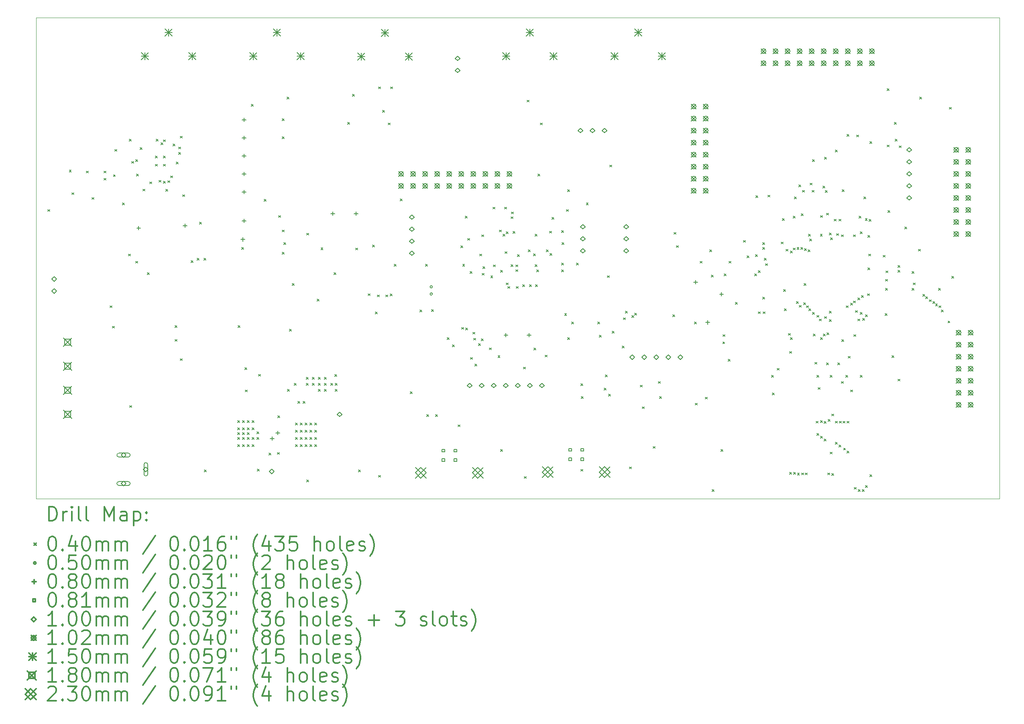
<source format=gbr>
%FSLAX45Y45*%
G04 Gerber Fmt 4.5, Leading zero omitted, Abs format (unit mm)*
G04 Created by KiCad (PCBNEW 4.0.7-e2-6376~58~ubuntu16.04.1) date Sat Apr  6 13:36:05 2019*
%MOMM*%
%LPD*%
G01*
G04 APERTURE LIST*
%ADD10C,0.127000*%
%ADD11C,0.100000*%
%ADD12C,0.200000*%
%ADD13C,0.300000*%
G04 APERTURE END LIST*
D10*
D11*
X25400000Y-5080000D02*
X25400000Y-15240000D01*
X5080000Y-15240000D02*
X5080000Y-5080000D01*
X25400000Y-15240000D02*
X5080000Y-15240000D01*
X5080000Y-5080000D02*
X25400000Y-5080000D01*
D12*
X5326700Y-9136700D02*
X5366700Y-9176700D01*
X5366700Y-9136700D02*
X5326700Y-9176700D01*
X5777156Y-8305244D02*
X5817156Y-8345244D01*
X5817156Y-8305244D02*
X5777156Y-8345244D01*
X5834700Y-8781100D02*
X5874700Y-8821100D01*
X5874700Y-8781100D02*
X5834700Y-8821100D01*
X6139500Y-8323900D02*
X6179500Y-8363900D01*
X6179500Y-8323900D02*
X6139500Y-8363900D01*
X6253800Y-8882700D02*
X6293800Y-8922700D01*
X6293800Y-8882700D02*
X6253800Y-8922700D01*
X6507800Y-8323900D02*
X6547800Y-8363900D01*
X6547800Y-8323900D02*
X6507800Y-8363900D01*
X6507800Y-8476300D02*
X6547800Y-8516300D01*
X6547800Y-8476300D02*
X6507800Y-8516300D01*
X6634800Y-11168700D02*
X6674800Y-11208700D01*
X6674800Y-11168700D02*
X6634800Y-11208700D01*
X6685600Y-11600500D02*
X6725600Y-11640500D01*
X6725600Y-11600500D02*
X6685600Y-11640500D01*
X6709201Y-8400100D02*
X6749201Y-8440100D01*
X6749201Y-8400100D02*
X6709201Y-8440100D01*
X6736400Y-7866700D02*
X6776400Y-7906700D01*
X6776400Y-7866700D02*
X6736400Y-7906700D01*
X6901500Y-8997000D02*
X6941500Y-9037000D01*
X6941500Y-8997000D02*
X6901500Y-9037000D01*
X7028500Y-10076500D02*
X7068500Y-10116500D01*
X7068500Y-10076500D02*
X7028500Y-10116500D01*
X7041200Y-7650800D02*
X7081200Y-7690800D01*
X7081200Y-7650800D02*
X7041200Y-7690800D01*
X7053900Y-13276900D02*
X7093900Y-13316900D01*
X7093900Y-13276900D02*
X7053900Y-13316900D01*
X7092000Y-8120700D02*
X7132000Y-8160700D01*
X7132000Y-8120700D02*
X7092000Y-8160700D01*
X7180900Y-8082600D02*
X7220900Y-8122600D01*
X7220900Y-8082600D02*
X7180900Y-8122600D01*
X7180900Y-10228900D02*
X7220900Y-10268900D01*
X7220900Y-10228900D02*
X7180900Y-10268900D01*
X7193600Y-8387401D02*
X7233600Y-8427401D01*
X7233600Y-8387401D02*
X7193600Y-8427401D01*
X7269800Y-7828600D02*
X7309800Y-7868600D01*
X7309800Y-7828600D02*
X7269800Y-7868600D01*
X7333299Y-8704900D02*
X7373299Y-8744900D01*
X7373299Y-8704900D02*
X7333299Y-8744900D01*
X7422200Y-10470200D02*
X7462200Y-10510200D01*
X7462200Y-10470200D02*
X7422200Y-10510200D01*
X7473000Y-8552500D02*
X7513000Y-8592500D01*
X7513000Y-8552500D02*
X7473000Y-8592500D01*
X7591250Y-8006250D02*
X7631250Y-8046250D01*
X7631250Y-8006250D02*
X7591250Y-8046250D01*
X7591250Y-8178750D02*
X7631250Y-8218750D01*
X7631250Y-8178750D02*
X7591250Y-8218750D01*
X7612700Y-7650800D02*
X7652700Y-7690800D01*
X7652700Y-7650800D02*
X7612700Y-7690800D01*
X7667195Y-8517585D02*
X7707195Y-8557585D01*
X7707195Y-8517585D02*
X7667195Y-8557585D01*
X7712667Y-7724478D02*
X7752667Y-7764478D01*
X7752667Y-7724478D02*
X7712667Y-7764478D01*
X7763750Y-8006250D02*
X7803750Y-8046250D01*
X7803750Y-8006250D02*
X7763750Y-8046250D01*
X7763750Y-8178750D02*
X7803750Y-8218750D01*
X7803750Y-8178750D02*
X7763750Y-8218750D01*
X7764159Y-7663251D02*
X7804159Y-7703251D01*
X7804159Y-7663251D02*
X7764159Y-7703251D01*
X7765100Y-8539800D02*
X7805100Y-8579800D01*
X7805100Y-8539800D02*
X7765100Y-8579800D01*
X7812189Y-8709802D02*
X7852189Y-8749802D01*
X7852189Y-8709802D02*
X7812189Y-8749802D01*
X7854000Y-8527100D02*
X7894000Y-8567100D01*
X7894000Y-8527100D02*
X7854000Y-8567100D01*
X7917500Y-8425500D02*
X7957500Y-8465500D01*
X7957500Y-8425500D02*
X7917500Y-8465500D01*
X7968300Y-7752400D02*
X8008300Y-7792400D01*
X8008300Y-7752400D02*
X7968300Y-7792400D01*
X8006400Y-11587800D02*
X8046400Y-11627800D01*
X8046400Y-11587800D02*
X8006400Y-11627800D01*
X8006400Y-11879900D02*
X8046400Y-11919900D01*
X8046400Y-11879900D02*
X8006400Y-11919900D01*
X8031800Y-8130001D02*
X8071800Y-8170001D01*
X8071800Y-8130001D02*
X8031800Y-8170001D01*
X8082599Y-7815900D02*
X8122599Y-7855900D01*
X8122599Y-7815900D02*
X8082599Y-7855900D01*
X8082600Y-7930200D02*
X8122600Y-7970200D01*
X8122600Y-7930200D02*
X8082600Y-7970200D01*
X8120700Y-7587300D02*
X8160700Y-7627300D01*
X8160700Y-7587300D02*
X8120700Y-7627300D01*
X8120700Y-12286300D02*
X8160700Y-12326300D01*
X8160700Y-12286300D02*
X8120700Y-12326300D01*
X8171500Y-8822162D02*
X8211500Y-8862162D01*
X8211500Y-8822162D02*
X8171500Y-8862162D01*
X8349300Y-10216200D02*
X8389300Y-10256200D01*
X8389300Y-10216200D02*
X8349300Y-10256200D01*
X8476300Y-10166400D02*
X8516300Y-10206400D01*
X8516300Y-10166400D02*
X8476300Y-10206400D01*
X8527100Y-9403400D02*
X8567100Y-9443400D01*
X8567100Y-9403400D02*
X8527100Y-9443400D01*
X8616000Y-10166400D02*
X8656000Y-10206400D01*
X8656000Y-10166400D02*
X8616000Y-10206400D01*
X8628700Y-14635800D02*
X8668700Y-14675800D01*
X8668700Y-14635800D02*
X8628700Y-14675800D01*
X9327200Y-13594400D02*
X9367200Y-13634400D01*
X9367200Y-13594400D02*
X9327200Y-13634400D01*
X9327200Y-13746800D02*
X9367200Y-13786800D01*
X9367200Y-13746800D02*
X9327200Y-13786800D01*
X9327200Y-13848400D02*
X9367200Y-13888400D01*
X9367200Y-13848400D02*
X9327200Y-13888400D01*
X9327200Y-13950000D02*
X9367200Y-13990000D01*
X9367200Y-13950000D02*
X9327200Y-13990000D01*
X9327200Y-14102400D02*
X9367200Y-14142400D01*
X9367200Y-14102400D02*
X9327200Y-14142400D01*
X9339900Y-11587800D02*
X9379900Y-11627800D01*
X9379900Y-11587800D02*
X9339900Y-11627800D01*
X9416100Y-9936800D02*
X9456100Y-9976800D01*
X9456100Y-9936800D02*
X9416100Y-9976800D01*
X9428800Y-13594400D02*
X9468800Y-13634400D01*
X9468800Y-13594400D02*
X9428800Y-13634400D01*
X9428800Y-13746800D02*
X9468800Y-13786800D01*
X9468800Y-13746800D02*
X9428800Y-13786800D01*
X9428800Y-13848400D02*
X9468800Y-13888400D01*
X9468800Y-13848400D02*
X9428800Y-13888400D01*
X9428800Y-13950000D02*
X9468800Y-13990000D01*
X9468800Y-13950000D02*
X9428800Y-13990000D01*
X9428800Y-14102400D02*
X9468800Y-14142400D01*
X9468800Y-14102400D02*
X9428800Y-14142400D01*
X9479600Y-12476800D02*
X9519600Y-12516800D01*
X9519600Y-12476800D02*
X9479600Y-12516800D01*
X9492300Y-12946700D02*
X9532300Y-12986700D01*
X9532300Y-12946700D02*
X9492300Y-12986700D01*
X9530400Y-13594400D02*
X9570400Y-13634400D01*
X9570400Y-13594400D02*
X9530400Y-13634400D01*
X9530400Y-13746800D02*
X9570400Y-13786800D01*
X9570400Y-13746800D02*
X9530400Y-13786800D01*
X9530400Y-13848400D02*
X9570400Y-13888400D01*
X9570400Y-13848400D02*
X9530400Y-13888400D01*
X9530400Y-13950000D02*
X9570400Y-13990000D01*
X9570400Y-13950000D02*
X9530400Y-13990000D01*
X9530400Y-14102400D02*
X9570400Y-14142400D01*
X9570400Y-14102400D02*
X9530400Y-14142400D01*
X9619300Y-6914200D02*
X9659300Y-6954200D01*
X9659300Y-6914200D02*
X9619300Y-6954200D01*
X9632000Y-13594400D02*
X9672000Y-13634400D01*
X9672000Y-13594400D02*
X9632000Y-13634400D01*
X9632000Y-13746800D02*
X9672000Y-13786800D01*
X9672000Y-13746800D02*
X9632000Y-13786800D01*
X9632000Y-13950000D02*
X9672000Y-13990000D01*
X9672000Y-13950000D02*
X9632000Y-13990000D01*
X9632000Y-14102400D02*
X9672000Y-14142400D01*
X9672000Y-14102400D02*
X9632000Y-14142400D01*
X9733600Y-13832500D02*
X9773600Y-13872500D01*
X9773600Y-13832500D02*
X9733600Y-13872500D01*
X9733600Y-13950000D02*
X9773600Y-13990000D01*
X9773600Y-13950000D02*
X9733600Y-13990000D01*
X9746300Y-14619900D02*
X9786300Y-14659900D01*
X9786300Y-14619900D02*
X9746300Y-14659900D01*
X9771700Y-12616500D02*
X9811700Y-12656500D01*
X9811700Y-12616500D02*
X9771700Y-12656500D01*
X9886071Y-8920359D02*
X9926071Y-8960359D01*
X9926071Y-8920359D02*
X9886071Y-8960359D01*
X9987600Y-14280200D02*
X10027600Y-14320200D01*
X10027600Y-14280200D02*
X9987600Y-14320200D01*
X10165400Y-14267500D02*
X10205400Y-14307500D01*
X10205400Y-14267500D02*
X10165400Y-14307500D01*
X10178100Y-13492800D02*
X10218100Y-13532800D01*
X10218100Y-13492800D02*
X10178100Y-13532800D01*
X10190800Y-9263700D02*
X10230800Y-9303700D01*
X10230800Y-9263700D02*
X10190800Y-9303700D01*
X10267000Y-7219000D02*
X10307000Y-7259000D01*
X10307000Y-7219000D02*
X10267000Y-7259000D01*
X10267000Y-7600000D02*
X10307000Y-7640000D01*
X10307000Y-7600000D02*
X10267000Y-7640000D01*
X10267000Y-9568500D02*
X10307000Y-9608500D01*
X10307000Y-9568500D02*
X10267000Y-9608500D01*
X10267000Y-10038400D02*
X10307000Y-10078400D01*
X10307000Y-10038400D02*
X10267000Y-10078400D01*
X10305100Y-9835200D02*
X10345100Y-9875200D01*
X10345100Y-9835200D02*
X10305100Y-9875200D01*
X10368600Y-6761800D02*
X10408600Y-6801800D01*
X10408600Y-6761800D02*
X10368600Y-6801800D01*
X10381300Y-12934000D02*
X10421300Y-12974000D01*
X10421300Y-12934000D02*
X10381300Y-12974000D01*
X10419400Y-11664000D02*
X10459400Y-11704000D01*
X10459400Y-11664000D02*
X10419400Y-11704000D01*
X10482900Y-10698800D02*
X10522900Y-10738800D01*
X10522900Y-10698800D02*
X10482900Y-10738800D01*
X10521000Y-12807000D02*
X10561000Y-12847000D01*
X10561000Y-12807000D02*
X10521000Y-12847000D01*
X10546400Y-13645200D02*
X10586400Y-13685200D01*
X10586400Y-13645200D02*
X10546400Y-13685200D01*
X10546400Y-13797600D02*
X10586400Y-13837600D01*
X10586400Y-13797600D02*
X10546400Y-13837600D01*
X10546400Y-13950000D02*
X10586400Y-13990000D01*
X10586400Y-13950000D02*
X10546400Y-13990000D01*
X10546400Y-14102400D02*
X10586400Y-14142400D01*
X10586400Y-14102400D02*
X10546400Y-14142400D01*
X10597200Y-13188000D02*
X10637200Y-13228000D01*
X10637200Y-13188000D02*
X10597200Y-13228000D01*
X10648000Y-13645200D02*
X10688000Y-13685200D01*
X10688000Y-13645200D02*
X10648000Y-13685200D01*
X10648000Y-13797600D02*
X10688000Y-13837600D01*
X10688000Y-13797600D02*
X10648000Y-13837600D01*
X10648000Y-13950000D02*
X10688000Y-13990000D01*
X10688000Y-13950000D02*
X10648000Y-13990000D01*
X10648000Y-14102400D02*
X10688000Y-14142400D01*
X10688000Y-14102400D02*
X10648000Y-14142400D01*
X10711500Y-13188000D02*
X10751500Y-13228000D01*
X10751500Y-13188000D02*
X10711500Y-13228000D01*
X10749600Y-13645200D02*
X10789600Y-13685200D01*
X10789600Y-13645200D02*
X10749600Y-13685200D01*
X10749600Y-13797600D02*
X10789600Y-13837600D01*
X10789600Y-13797600D02*
X10749600Y-13837600D01*
X10749600Y-13950000D02*
X10789600Y-13990000D01*
X10789600Y-13950000D02*
X10749600Y-13990000D01*
X10749600Y-14102400D02*
X10789600Y-14142400D01*
X10789600Y-14102400D02*
X10749600Y-14142400D01*
X10775000Y-12680000D02*
X10815000Y-12720000D01*
X10815000Y-12680000D02*
X10775000Y-12720000D01*
X10775000Y-12807000D02*
X10815000Y-12847000D01*
X10815000Y-12807000D02*
X10775000Y-12847000D01*
X10784956Y-9634744D02*
X10824956Y-9674744D01*
X10824956Y-9634744D02*
X10784956Y-9674744D01*
X10787700Y-14847000D02*
X10827700Y-14887000D01*
X10827700Y-14847000D02*
X10787700Y-14887000D01*
X10851200Y-13645200D02*
X10891200Y-13685200D01*
X10891200Y-13645200D02*
X10851200Y-13685200D01*
X10851200Y-13797600D02*
X10891200Y-13837600D01*
X10891200Y-13797600D02*
X10851200Y-13837600D01*
X10851200Y-13950000D02*
X10891200Y-13990000D01*
X10891200Y-13950000D02*
X10851200Y-13990000D01*
X10851200Y-14102400D02*
X10891200Y-14142400D01*
X10891200Y-14102400D02*
X10851200Y-14142400D01*
X10902000Y-12680000D02*
X10942000Y-12720000D01*
X10942000Y-12680000D02*
X10902000Y-12720000D01*
X10902000Y-12807000D02*
X10942000Y-12847000D01*
X10942000Y-12807000D02*
X10902000Y-12847000D01*
X10952800Y-13645200D02*
X10992800Y-13685200D01*
X10992800Y-13645200D02*
X10952800Y-13685200D01*
X10952800Y-13797600D02*
X10992800Y-13837600D01*
X10992800Y-13797600D02*
X10952800Y-13837600D01*
X10952800Y-13950000D02*
X10992800Y-13990000D01*
X10992800Y-13950000D02*
X10952800Y-13990000D01*
X10952800Y-14102400D02*
X10992800Y-14142400D01*
X10992800Y-14102400D02*
X10952800Y-14142400D01*
X11003600Y-11029000D02*
X11043600Y-11069000D01*
X11043600Y-11029000D02*
X11003600Y-11069000D01*
X11029000Y-12680000D02*
X11069000Y-12720000D01*
X11069000Y-12680000D02*
X11029000Y-12720000D01*
X11029000Y-12807000D02*
X11069000Y-12847000D01*
X11069000Y-12807000D02*
X11029000Y-12847000D01*
X11029000Y-12934000D02*
X11069000Y-12974000D01*
X11069000Y-12934000D02*
X11029000Y-12974000D01*
X11085894Y-9943406D02*
X11125894Y-9983406D01*
X11125894Y-9943406D02*
X11085894Y-9983406D01*
X11156000Y-12680000D02*
X11196000Y-12720000D01*
X11196000Y-12680000D02*
X11156000Y-12720000D01*
X11156000Y-12807000D02*
X11196000Y-12847000D01*
X11196000Y-12807000D02*
X11156000Y-12847000D01*
X11156000Y-12934000D02*
X11196000Y-12974000D01*
X11196000Y-12934000D02*
X11156000Y-12974000D01*
X11295700Y-12807000D02*
X11335700Y-12847000D01*
X11335700Y-12807000D02*
X11295700Y-12847000D01*
X11359200Y-10470200D02*
X11399200Y-10510200D01*
X11399200Y-10470200D02*
X11359200Y-10510200D01*
X11378801Y-12622299D02*
X11418801Y-12662299D01*
X11418801Y-12622299D02*
X11378801Y-12662299D01*
X11384600Y-12807000D02*
X11424600Y-12847000D01*
X11424600Y-12807000D02*
X11384600Y-12847000D01*
X11384600Y-12934000D02*
X11424600Y-12974000D01*
X11424600Y-12934000D02*
X11384600Y-12974000D01*
X11651300Y-7295200D02*
X11691300Y-7335200D01*
X11691300Y-7295200D02*
X11651300Y-7335200D01*
X11752900Y-6699300D02*
X11792900Y-6739300D01*
X11792900Y-6699300D02*
X11752900Y-6739300D01*
X11816400Y-9949500D02*
X11856400Y-9989500D01*
X11856400Y-9949500D02*
X11816400Y-9989500D01*
X11879900Y-14635800D02*
X11919900Y-14675800D01*
X11919900Y-14635800D02*
X11879900Y-14675800D01*
X12083100Y-10914700D02*
X12123100Y-10954700D01*
X12123100Y-10914700D02*
X12083100Y-10954700D01*
X12172000Y-9886000D02*
X12212000Y-9926000D01*
X12212000Y-9886000D02*
X12172000Y-9926000D01*
X12235500Y-11297587D02*
X12275500Y-11337587D01*
X12275500Y-11297587D02*
X12235500Y-11337587D01*
X12273600Y-10939100D02*
X12313600Y-10979100D01*
X12313600Y-10939100D02*
X12273600Y-10979100D01*
X12299000Y-6545900D02*
X12339000Y-6585900D01*
X12339000Y-6545900D02*
X12299000Y-6585900D01*
X12299000Y-14750100D02*
X12339000Y-14790100D01*
X12339000Y-14750100D02*
X12299000Y-14790100D01*
X12387900Y-7041200D02*
X12427900Y-7081200D01*
X12427900Y-7041200D02*
X12387900Y-7081200D01*
X12451400Y-10939100D02*
X12491400Y-10979100D01*
X12491400Y-10939100D02*
X12451400Y-10979100D01*
X12502200Y-7307900D02*
X12542200Y-7347900D01*
X12542200Y-7307900D02*
X12502200Y-7347900D01*
X12546905Y-10920795D02*
X12586905Y-10960795D01*
X12586905Y-10920795D02*
X12546905Y-10960795D01*
X12553000Y-6545900D02*
X12593000Y-6585900D01*
X12593000Y-6545900D02*
X12553000Y-6585900D01*
X12629200Y-10292400D02*
X12669200Y-10332400D01*
X12669200Y-10292400D02*
X12629200Y-10332400D01*
X12756200Y-8914900D02*
X12796200Y-8954900D01*
X12796200Y-8914900D02*
X12756200Y-8954900D01*
X12972100Y-12984800D02*
X13012100Y-13024800D01*
X13012100Y-12984800D02*
X12972100Y-13024800D01*
X13175300Y-11257600D02*
X13215300Y-11297600D01*
X13215300Y-11257600D02*
X13175300Y-11297600D01*
X13289600Y-10292400D02*
X13329600Y-10332400D01*
X13329600Y-10292400D02*
X13289600Y-10332400D01*
X13315000Y-13467400D02*
X13355000Y-13507400D01*
X13355000Y-13467400D02*
X13315000Y-13507400D01*
X13420934Y-11248865D02*
X13460934Y-11288865D01*
X13460934Y-11248865D02*
X13420934Y-11288865D01*
X13505500Y-13467400D02*
X13545500Y-13507400D01*
X13545500Y-13467400D02*
X13505500Y-13507400D01*
X13747113Y-11843242D02*
X13787113Y-11883242D01*
X13787113Y-11843242D02*
X13747113Y-11883242D01*
X13861100Y-11994200D02*
X13901100Y-12034200D01*
X13901100Y-11994200D02*
X13861100Y-12034200D01*
X13975400Y-13683300D02*
X14015400Y-13723300D01*
X14015400Y-13683300D02*
X13975400Y-13723300D01*
X14033811Y-9899699D02*
X14073811Y-9939699D01*
X14073811Y-9899699D02*
X14033811Y-9939699D01*
X14052221Y-11626521D02*
X14092221Y-11666521D01*
X14092221Y-11626521D02*
X14052221Y-11666521D01*
X14074877Y-10289650D02*
X14114877Y-10329650D01*
X14114877Y-10289650D02*
X14074877Y-10329650D01*
X14127800Y-9276400D02*
X14167800Y-9316400D01*
X14167800Y-9276400D02*
X14127800Y-9316400D01*
X14140500Y-11638600D02*
X14180500Y-11678600D01*
X14180500Y-11638600D02*
X14140500Y-11678600D01*
X14178600Y-9746300D02*
X14218600Y-9786300D01*
X14218600Y-9746300D02*
X14178600Y-9786300D01*
X14229400Y-10444800D02*
X14269400Y-10484800D01*
X14269400Y-10444800D02*
X14229400Y-10484800D01*
X14242100Y-12260900D02*
X14282100Y-12300900D01*
X14282100Y-12260900D02*
X14242100Y-12300900D01*
X14292900Y-11727500D02*
X14332900Y-11767500D01*
X14332900Y-11727500D02*
X14292900Y-11767500D01*
X14305600Y-11854500D02*
X14345600Y-11894500D01*
X14345600Y-11854500D02*
X14305600Y-11894500D01*
X14331000Y-12400600D02*
X14371000Y-12440600D01*
X14371000Y-12400600D02*
X14331000Y-12440600D01*
X14407200Y-11968800D02*
X14447200Y-12008800D01*
X14447200Y-11968800D02*
X14407200Y-12008800D01*
X14432600Y-10076500D02*
X14472600Y-10116500D01*
X14472600Y-10076500D02*
X14432600Y-10116500D01*
X14470700Y-11867200D02*
X14510700Y-11907200D01*
X14510700Y-11867200D02*
X14470700Y-11907200D01*
X14478025Y-9670277D02*
X14518025Y-9710277D01*
X14518025Y-9670277D02*
X14478025Y-9710277D01*
X14483400Y-10482900D02*
X14523400Y-10522900D01*
X14523400Y-10482900D02*
X14483400Y-10522900D01*
X14502992Y-10344200D02*
X14542992Y-10384200D01*
X14542992Y-10344200D02*
X14502992Y-10384200D01*
X14635800Y-12057700D02*
X14675800Y-12097700D01*
X14675800Y-12057700D02*
X14635800Y-12097700D01*
X14667805Y-10540305D02*
X14707805Y-10580305D01*
X14707805Y-10540305D02*
X14667805Y-10580305D01*
X14712000Y-9085900D02*
X14752000Y-9125900D01*
X14752000Y-9085900D02*
X14712000Y-9125900D01*
X14724700Y-10305100D02*
X14764700Y-10345100D01*
X14764700Y-10305100D02*
X14724700Y-10345100D01*
X14819399Y-12222800D02*
X14859399Y-12262800D01*
X14859399Y-12222800D02*
X14819399Y-12262800D01*
X14851700Y-9568500D02*
X14891700Y-9608500D01*
X14891700Y-9568500D02*
X14851700Y-9608500D01*
X14877100Y-10419400D02*
X14917100Y-10459400D01*
X14917100Y-10419400D02*
X14877100Y-10459400D01*
X14877100Y-14204000D02*
X14917100Y-14244000D01*
X14917100Y-14204000D02*
X14877100Y-14244000D01*
X14927900Y-9657400D02*
X14967900Y-9697400D01*
X14967900Y-9657400D02*
X14927900Y-9697400D01*
X14962000Y-9085900D02*
X15002000Y-9125900D01*
X15002000Y-9085900D02*
X14962000Y-9125900D01*
X14966000Y-10025700D02*
X15006000Y-10065700D01*
X15006000Y-10025700D02*
X14966000Y-10065700D01*
X14991400Y-9606600D02*
X15031400Y-9646600D01*
X15031400Y-9606600D02*
X14991400Y-9646600D01*
X14991400Y-10686100D02*
X15031400Y-10726100D01*
X15031400Y-10686100D02*
X14991400Y-10726100D01*
X15029500Y-10762300D02*
X15069500Y-10802300D01*
X15069500Y-10762300D02*
X15029500Y-10802300D01*
X15093000Y-9289100D02*
X15133000Y-9329100D01*
X15133000Y-9289100D02*
X15093000Y-9329100D01*
X15093000Y-10303501D02*
X15133000Y-10343501D01*
X15133000Y-10303501D02*
X15093000Y-10343501D01*
X15105700Y-9187500D02*
X15145700Y-9227500D01*
X15145700Y-9187500D02*
X15105700Y-9227500D01*
X15137706Y-9599994D02*
X15177706Y-9639994D01*
X15177706Y-9599994D02*
X15137706Y-9639994D01*
X15194600Y-10305100D02*
X15234600Y-10345100D01*
X15234600Y-10305100D02*
X15194600Y-10345100D01*
X15194600Y-10406700D02*
X15234600Y-10446700D01*
X15234600Y-10406700D02*
X15194600Y-10446700D01*
X15207300Y-10762300D02*
X15247300Y-10802300D01*
X15247300Y-10762300D02*
X15207300Y-10802300D01*
X15232700Y-10089200D02*
X15272700Y-10129200D01*
X15272700Y-10089200D02*
X15232700Y-10129200D01*
X15341633Y-10725200D02*
X15381633Y-10765200D01*
X15381633Y-10725200D02*
X15341633Y-10765200D01*
X15359700Y-12464100D02*
X15399700Y-12504100D01*
X15399700Y-12464100D02*
X15359700Y-12504100D01*
X15372400Y-14775500D02*
X15412400Y-14815500D01*
X15412400Y-14775500D02*
X15372400Y-14815500D01*
X15435900Y-6825300D02*
X15475900Y-6865300D01*
X15475900Y-6825300D02*
X15435900Y-6865300D01*
X15461300Y-9987600D02*
X15501300Y-10027600D01*
X15501300Y-9987600D02*
X15461300Y-10027600D01*
X15486700Y-10724200D02*
X15526700Y-10764200D01*
X15526700Y-10724200D02*
X15486700Y-10764200D01*
X15567428Y-10074301D02*
X15607428Y-10114301D01*
X15607428Y-10074301D02*
X15567428Y-10114301D01*
X15575600Y-12058699D02*
X15615600Y-12098699D01*
X15615600Y-12058699D02*
X15575600Y-12098699D01*
X15601000Y-9657400D02*
X15641000Y-9697400D01*
X15641000Y-9657400D02*
X15601000Y-9697400D01*
X15602616Y-10303320D02*
X15642616Y-10343320D01*
X15642616Y-10303320D02*
X15602616Y-10343320D01*
X15611701Y-10724200D02*
X15651701Y-10764200D01*
X15651701Y-10724200D02*
X15611701Y-10764200D01*
X15639100Y-10412600D02*
X15679100Y-10452600D01*
X15679100Y-10412600D02*
X15639100Y-10452600D01*
X15664500Y-8387400D02*
X15704500Y-8427400D01*
X15704500Y-8387400D02*
X15664500Y-8427400D01*
X15715300Y-7307900D02*
X15755300Y-7347900D01*
X15755300Y-7307900D02*
X15715300Y-7347900D01*
X15813300Y-12210100D02*
X15853300Y-12250100D01*
X15853300Y-12210100D02*
X15813300Y-12250100D01*
X15842300Y-9984500D02*
X15882300Y-10024500D01*
X15882300Y-9984500D02*
X15842300Y-10024500D01*
X15905800Y-9593900D02*
X15945800Y-9633900D01*
X15945800Y-9593900D02*
X15905800Y-9633900D01*
X15918500Y-10063800D02*
X15958500Y-10103800D01*
X15958500Y-10063800D02*
X15918500Y-10103800D01*
X15956600Y-9301800D02*
X15996600Y-9341800D01*
X15996600Y-9301800D02*
X15956600Y-9341800D01*
X16159800Y-9581200D02*
X16199800Y-9621200D01*
X16199800Y-9581200D02*
X16159800Y-9621200D01*
X16159800Y-10266999D02*
X16199800Y-10306999D01*
X16199800Y-10266999D02*
X16159800Y-10306999D01*
X16159800Y-10412600D02*
X16199800Y-10452600D01*
X16199800Y-10412600D02*
X16159800Y-10452600D01*
X16172500Y-9835200D02*
X16212500Y-9875200D01*
X16212500Y-9835200D02*
X16172500Y-9875200D01*
X16224150Y-11334650D02*
X16264150Y-11374650D01*
X16264150Y-11334650D02*
X16224150Y-11374650D01*
X16261400Y-9136700D02*
X16301400Y-9176700D01*
X16301400Y-9136700D02*
X16261400Y-9176700D01*
X16286800Y-8717600D02*
X16326800Y-8757600D01*
X16326800Y-8717600D02*
X16286800Y-8757600D01*
X16286800Y-11841800D02*
X16326800Y-11881800D01*
X16326800Y-11841800D02*
X16286800Y-11881800D01*
X16375700Y-11511600D02*
X16415700Y-11551600D01*
X16415700Y-11511600D02*
X16375700Y-11551600D01*
X16477229Y-10266400D02*
X16517229Y-10306400D01*
X16517229Y-10266400D02*
X16477229Y-10306400D01*
X16566200Y-12816400D02*
X16606200Y-12856400D01*
X16606200Y-12816400D02*
X16566200Y-12856400D01*
X16566200Y-14623100D02*
X16606200Y-14663100D01*
X16606200Y-14623100D02*
X16566200Y-14663100D01*
X16578900Y-13086400D02*
X16618900Y-13126400D01*
X16618900Y-13086400D02*
X16578900Y-13126400D01*
X16682100Y-8997000D02*
X16722100Y-9037000D01*
X16722100Y-8997000D02*
X16682100Y-9037000D01*
X16921800Y-11511600D02*
X16961800Y-11551600D01*
X16961800Y-11511600D02*
X16921800Y-11551600D01*
X16959900Y-11791000D02*
X16999900Y-11831000D01*
X16999900Y-11791000D02*
X16959900Y-11831000D01*
X17061500Y-12908600D02*
X17101500Y-12948600D01*
X17101500Y-12908600D02*
X17061500Y-12948600D01*
X17086900Y-12629200D02*
X17126900Y-12669200D01*
X17126900Y-12629200D02*
X17086900Y-12669200D01*
X17125000Y-10533700D02*
X17165000Y-10573700D01*
X17165000Y-10533700D02*
X17125000Y-10573700D01*
X17150400Y-13035600D02*
X17190400Y-13075600D01*
X17190400Y-13035600D02*
X17150400Y-13075600D01*
X17175800Y-8196900D02*
X17215800Y-8236900D01*
X17215800Y-8196900D02*
X17175800Y-8236900D01*
X17228200Y-11707700D02*
X17268200Y-11747700D01*
X17268200Y-11707700D02*
X17228200Y-11747700D01*
X17442500Y-12019600D02*
X17482500Y-12059600D01*
X17482500Y-12019600D02*
X17442500Y-12059600D01*
X17467900Y-11422700D02*
X17507900Y-11462700D01*
X17507900Y-11422700D02*
X17467900Y-11462700D01*
X17506000Y-11283000D02*
X17546000Y-11323000D01*
X17546000Y-11283000D02*
X17506000Y-11323000D01*
X17594900Y-14572300D02*
X17634900Y-14612300D01*
X17634900Y-14572300D02*
X17594900Y-14612300D01*
X17642378Y-11377000D02*
X17682378Y-11417000D01*
X17682378Y-11377000D02*
X17642378Y-11417000D01*
X17705591Y-11327966D02*
X17745591Y-11367966D01*
X17745591Y-11327966D02*
X17705591Y-11367966D01*
X17823500Y-12845100D02*
X17863500Y-12885100D01*
X17863500Y-12845100D02*
X17823500Y-12885100D01*
X17861600Y-13302300D02*
X17901600Y-13342300D01*
X17901600Y-13302300D02*
X17861600Y-13342300D01*
X18090200Y-14140500D02*
X18130200Y-14180500D01*
X18130200Y-14140500D02*
X18090200Y-14180500D01*
X18204500Y-12768900D02*
X18244500Y-12808900D01*
X18244500Y-12768900D02*
X18204500Y-12808900D01*
X18229900Y-13086400D02*
X18269900Y-13126400D01*
X18269900Y-13086400D02*
X18229900Y-13126400D01*
X18509300Y-11359200D02*
X18549300Y-11399200D01*
X18549300Y-11359200D02*
X18509300Y-11399200D01*
X18534700Y-9619300D02*
X18574700Y-9659300D01*
X18574700Y-9619300D02*
X18534700Y-9659300D01*
X18585500Y-9898700D02*
X18625500Y-9938700D01*
X18625500Y-9898700D02*
X18585500Y-9938700D01*
X18966500Y-11511600D02*
X19006500Y-11551600D01*
X19006500Y-11511600D02*
X18966500Y-11551600D01*
X18979200Y-13226100D02*
X19019200Y-13266100D01*
X19019200Y-13226100D02*
X18979200Y-13266100D01*
X19080800Y-10228900D02*
X19120800Y-10268900D01*
X19120800Y-10228900D02*
X19080800Y-10268900D01*
X19195100Y-13099100D02*
X19235100Y-13139100D01*
X19235100Y-13099100D02*
X19195100Y-13139100D01*
X19284001Y-9987600D02*
X19324001Y-10027600D01*
X19324001Y-9987600D02*
X19284001Y-10027600D01*
X19322100Y-10521000D02*
X19362100Y-10561000D01*
X19362100Y-10521000D02*
X19322100Y-10561000D01*
X19334800Y-15048998D02*
X19374800Y-15088998D01*
X19374800Y-15048998D02*
X19334800Y-15088998D01*
X19525300Y-14204000D02*
X19565300Y-14244000D01*
X19565300Y-14204000D02*
X19525300Y-14244000D01*
X19560026Y-11930700D02*
X19600026Y-11970700D01*
X19600026Y-11930700D02*
X19560026Y-11970700D01*
X19563400Y-11778300D02*
X19603400Y-11818300D01*
X19603400Y-11778300D02*
X19563400Y-11818300D01*
X19588800Y-10495600D02*
X19628800Y-10535600D01*
X19628800Y-10495600D02*
X19588800Y-10535600D01*
X19677700Y-12299000D02*
X19717700Y-12339000D01*
X19717700Y-12299000D02*
X19677700Y-12339000D01*
X19690400Y-10228900D02*
X19730400Y-10268900D01*
X19730400Y-10228900D02*
X19690400Y-10268900D01*
X19826458Y-11095632D02*
X19866458Y-11135632D01*
X19866458Y-11095632D02*
X19826458Y-11135632D01*
X19999200Y-9788400D02*
X20039200Y-9828400D01*
X20039200Y-9788400D02*
X19999200Y-9828400D01*
X20071400Y-10114600D02*
X20111400Y-10154600D01*
X20111400Y-10114600D02*
X20071400Y-10154600D01*
X20236500Y-10495600D02*
X20276500Y-10535600D01*
X20276500Y-10495600D02*
X20236500Y-10535600D01*
X20249200Y-10089200D02*
X20289200Y-10129200D01*
X20289200Y-10089200D02*
X20249200Y-10129200D01*
X20261900Y-8844600D02*
X20301900Y-8884600D01*
X20301900Y-8844600D02*
X20261900Y-8884600D01*
X20307700Y-10427100D02*
X20347700Y-10467100D01*
X20347700Y-10427100D02*
X20307700Y-10467100D01*
X20312700Y-11295700D02*
X20352700Y-11335700D01*
X20352700Y-11295700D02*
X20312700Y-11335700D01*
X20401600Y-9835200D02*
X20441600Y-9875200D01*
X20441600Y-9835200D02*
X20401600Y-9875200D01*
X20401600Y-9936800D02*
X20441600Y-9976800D01*
X20441600Y-9936800D02*
X20401600Y-9976800D01*
X20401600Y-10987101D02*
X20441600Y-11027101D01*
X20441600Y-10987101D02*
X20401600Y-11027101D01*
X20414300Y-11295700D02*
X20454300Y-11335700D01*
X20454300Y-11295700D02*
X20414300Y-11335700D01*
X20439700Y-10165400D02*
X20479700Y-10205400D01*
X20479700Y-10165400D02*
X20439700Y-10205400D01*
X20465100Y-10279700D02*
X20505100Y-10319700D01*
X20505100Y-10279700D02*
X20465100Y-10319700D01*
X20515900Y-8831900D02*
X20555900Y-8871900D01*
X20555900Y-8831900D02*
X20515900Y-8871900D01*
X20592100Y-12634501D02*
X20632100Y-12674501D01*
X20632100Y-12634501D02*
X20592100Y-12674501D01*
X20604800Y-13010200D02*
X20644800Y-13050200D01*
X20644800Y-13010200D02*
X20604800Y-13050200D01*
X20706400Y-12489500D02*
X20746400Y-12529500D01*
X20746400Y-12489500D02*
X20706400Y-12529500D01*
X20795132Y-9822668D02*
X20835132Y-9862668D01*
X20835132Y-9822668D02*
X20795132Y-9862668D01*
X20820700Y-9327200D02*
X20860700Y-9367200D01*
X20860700Y-9327200D02*
X20820700Y-9367200D01*
X20846100Y-10825800D02*
X20886100Y-10865800D01*
X20886100Y-10825800D02*
X20846100Y-10865800D01*
X20858800Y-11232200D02*
X20898800Y-11272200D01*
X20898800Y-11232200D02*
X20858800Y-11272200D01*
X20896900Y-9974900D02*
X20936900Y-10014900D01*
X20936900Y-9974900D02*
X20896900Y-10014900D01*
X20947955Y-11753155D02*
X20987955Y-11793155D01*
X20987955Y-11753155D02*
X20947955Y-11793155D01*
X20972101Y-12133900D02*
X21012101Y-12173900D01*
X21012101Y-12133900D02*
X20972101Y-12173900D01*
X20973100Y-14686600D02*
X21013100Y-14726600D01*
X21013100Y-14686600D02*
X20973100Y-14726600D01*
X20985800Y-10013000D02*
X21025800Y-10053000D01*
X21025800Y-10013000D02*
X20985800Y-10053000D01*
X20985800Y-11841800D02*
X21025800Y-11881800D01*
X21025800Y-11841800D02*
X20985800Y-11881800D01*
X21044398Y-9273849D02*
X21084398Y-9313849D01*
X21084398Y-9273849D02*
X21044398Y-9313849D01*
X21049300Y-9949500D02*
X21089300Y-9989500D01*
X21089300Y-9949500D02*
X21049300Y-9989500D01*
X21057263Y-14685372D02*
X21097263Y-14725372D01*
X21097263Y-14685372D02*
X21057263Y-14725372D01*
X21074700Y-8870000D02*
X21114700Y-8910000D01*
X21114700Y-8870000D02*
X21074700Y-8910000D01*
X21112800Y-11079800D02*
X21152800Y-11119800D01*
X21152800Y-11079800D02*
X21112800Y-11119800D01*
X21128212Y-9936348D02*
X21168212Y-9976348D01*
X21168212Y-9936348D02*
X21128212Y-9976348D01*
X21134651Y-14705649D02*
X21174651Y-14745649D01*
X21174651Y-14705649D02*
X21134651Y-14745649D01*
X21163600Y-8616000D02*
X21203600Y-8656000D01*
X21203600Y-8616000D02*
X21163600Y-8656000D01*
X21173097Y-11159750D02*
X21213097Y-11199750D01*
X21213097Y-11159750D02*
X21173097Y-11199750D01*
X21208210Y-9936840D02*
X21248210Y-9976840D01*
X21248210Y-9936840D02*
X21208210Y-9976840D01*
X21214400Y-9225599D02*
X21254400Y-9265599D01*
X21254400Y-9225599D02*
X21214400Y-9265599D01*
X21223300Y-14698842D02*
X21263300Y-14738842D01*
X21263300Y-14698842D02*
X21223300Y-14738842D01*
X21239800Y-8730300D02*
X21279800Y-8770300D01*
X21279800Y-8730300D02*
X21239800Y-8770300D01*
X21265200Y-11105200D02*
X21305200Y-11145200D01*
X21305200Y-11105200D02*
X21265200Y-11145200D01*
X21277900Y-10698800D02*
X21317900Y-10738800D01*
X21317900Y-10698800D02*
X21277900Y-10738800D01*
X21283388Y-9964197D02*
X21323388Y-10004197D01*
X21323388Y-9964197D02*
X21283388Y-10004197D01*
X21303300Y-14699301D02*
X21343300Y-14739301D01*
X21343300Y-14699301D02*
X21303300Y-14739301D01*
X21328700Y-11168700D02*
X21368700Y-11208700D01*
X21368700Y-11168700D02*
X21328700Y-11208700D01*
X21359336Y-9989333D02*
X21399336Y-10029333D01*
X21399336Y-9989333D02*
X21359336Y-10029333D01*
X21366800Y-9657400D02*
X21406800Y-9697400D01*
X21406800Y-9657400D02*
X21366800Y-9697400D01*
X21379500Y-11232200D02*
X21419500Y-11272200D01*
X21419500Y-11232200D02*
X21379500Y-11272200D01*
X21392200Y-9759000D02*
X21432200Y-9799000D01*
X21432200Y-9759000D02*
X21392200Y-9799000D01*
X21404900Y-8577900D02*
X21444900Y-8617900D01*
X21444900Y-8577900D02*
X21404900Y-8617900D01*
X21443000Y-8730300D02*
X21483000Y-8770300D01*
X21483000Y-8730300D02*
X21443000Y-8770300D01*
X21455700Y-8082600D02*
X21495700Y-8122600D01*
X21495700Y-8082600D02*
X21455700Y-8122600D01*
X21455700Y-11308400D02*
X21495700Y-11348400D01*
X21495700Y-11308400D02*
X21455700Y-11348400D01*
X21468400Y-11765600D02*
X21508400Y-11805600D01*
X21508400Y-11765600D02*
X21468400Y-11805600D01*
X21506500Y-12362500D02*
X21546500Y-12402500D01*
X21546500Y-12362500D02*
X21506500Y-12402500D01*
X21531900Y-13607100D02*
X21571900Y-13647100D01*
X21571900Y-13607100D02*
X21531900Y-13647100D01*
X21544600Y-11371900D02*
X21584600Y-11411900D01*
X21584600Y-11371900D02*
X21544600Y-11411900D01*
X21544600Y-12634501D02*
X21584600Y-12674501D01*
X21584600Y-12634501D02*
X21544600Y-12674501D01*
X21544600Y-13865900D02*
X21584600Y-13905900D01*
X21584600Y-13865900D02*
X21544600Y-13905900D01*
X21570000Y-12895900D02*
X21610000Y-12935900D01*
X21610000Y-12895900D02*
X21570000Y-12935900D01*
X21595400Y-11448100D02*
X21635400Y-11488100D01*
X21635400Y-11448100D02*
X21595400Y-11488100D01*
X21617600Y-9654200D02*
X21657600Y-9694200D01*
X21657600Y-9654200D02*
X21617600Y-9694200D01*
X21620800Y-11841800D02*
X21660800Y-11881800D01*
X21660800Y-11841800D02*
X21620800Y-11881800D01*
X21620800Y-13594400D02*
X21660800Y-13634400D01*
X21660800Y-13594400D02*
X21620800Y-13634400D01*
X21620800Y-13923600D02*
X21660800Y-13963600D01*
X21660800Y-13923600D02*
X21620800Y-13963600D01*
X21625102Y-9263700D02*
X21665102Y-9303700D01*
X21665102Y-9263700D02*
X21625102Y-9303700D01*
X21671600Y-8641400D02*
X21711600Y-8681400D01*
X21711600Y-8641400D02*
X21671600Y-8681400D01*
X21680100Y-11765600D02*
X21720100Y-11805600D01*
X21720100Y-11765600D02*
X21680100Y-11805600D01*
X21699000Y-13986100D02*
X21739000Y-14026100D01*
X21739000Y-13986100D02*
X21699000Y-14026100D01*
X21699247Y-13610089D02*
X21739247Y-13650089D01*
X21739247Y-13610089D02*
X21699247Y-13650089D01*
X21709249Y-8031800D02*
X21749249Y-8071800D01*
X21749249Y-8031800D02*
X21709249Y-8071800D01*
X21709700Y-11397300D02*
X21749700Y-11437300D01*
X21749700Y-11397300D02*
X21709700Y-11437300D01*
X21721942Y-8734100D02*
X21761942Y-8774100D01*
X21761942Y-8734100D02*
X21721942Y-8774100D01*
X21747800Y-9212900D02*
X21787800Y-9252900D01*
X21787800Y-9212900D02*
X21747800Y-9252900D01*
X21747800Y-12375200D02*
X21787800Y-12415200D01*
X21787800Y-12375200D02*
X21747800Y-12415200D01*
X21760056Y-11739756D02*
X21800056Y-11779756D01*
X21800056Y-11739756D02*
X21760056Y-11779756D01*
X21773200Y-14699300D02*
X21813200Y-14739300D01*
X21813200Y-14699300D02*
X21773200Y-14739300D01*
X21785900Y-13569000D02*
X21825900Y-13609000D01*
X21825900Y-13569000D02*
X21785900Y-13609000D01*
X21811300Y-9632000D02*
X21851300Y-9672000D01*
X21851300Y-9632000D02*
X21811300Y-9672000D01*
X21811300Y-11282999D02*
X21851300Y-11322999D01*
X21851300Y-11282999D02*
X21811300Y-11322999D01*
X21811300Y-11460800D02*
X21851300Y-11500800D01*
X21851300Y-11460800D02*
X21811300Y-11500800D01*
X21823186Y-14258186D02*
X21863186Y-14298186D01*
X21863186Y-14258186D02*
X21823186Y-14298186D01*
X21824000Y-12634501D02*
X21864000Y-12674501D01*
X21864000Y-12634501D02*
X21824000Y-12674501D01*
X21836700Y-9733600D02*
X21876700Y-9773600D01*
X21876700Y-9733600D02*
X21836700Y-9773600D01*
X21862100Y-13454700D02*
X21902100Y-13494700D01*
X21902100Y-13454700D02*
X21862100Y-13494700D01*
X21862100Y-14712000D02*
X21902100Y-14752000D01*
X21902100Y-14712000D02*
X21862100Y-14752000D01*
X21912900Y-9338900D02*
X21952900Y-9378900D01*
X21952900Y-9338900D02*
X21912900Y-9378900D01*
X21938300Y-7879400D02*
X21978300Y-7919400D01*
X21978300Y-7879400D02*
X21938300Y-7919400D01*
X21938300Y-13607100D02*
X21978300Y-13647100D01*
X21978300Y-13607100D02*
X21938300Y-13647100D01*
X21938300Y-14048600D02*
X21978300Y-14088600D01*
X21978300Y-14048600D02*
X21938300Y-14088600D01*
X21963700Y-9644700D02*
X22003700Y-9684700D01*
X22003700Y-9644700D02*
X21963700Y-9684700D01*
X21989100Y-12375200D02*
X22029100Y-12415200D01*
X22029100Y-12375200D02*
X21989100Y-12415200D01*
X22014500Y-9339900D02*
X22054500Y-9379900D01*
X22054500Y-9339900D02*
X22014500Y-9379900D01*
X22014500Y-14111100D02*
X22054500Y-14151100D01*
X22054500Y-14111100D02*
X22014500Y-14151100D01*
X22018300Y-13607100D02*
X22058300Y-13647100D01*
X22058300Y-13607100D02*
X22018300Y-13647100D01*
X22065300Y-9670100D02*
X22105300Y-9710100D01*
X22105300Y-9670100D02*
X22065300Y-9710100D01*
X22065300Y-12768900D02*
X22105300Y-12808900D01*
X22105300Y-12768900D02*
X22065300Y-12808900D01*
X22071465Y-11886065D02*
X22111465Y-11926065D01*
X22111465Y-11886065D02*
X22071465Y-11926065D01*
X22078000Y-8717600D02*
X22118000Y-8757600D01*
X22118000Y-8717600D02*
X22078000Y-8757600D01*
X22098301Y-13607100D02*
X22138301Y-13647100D01*
X22138301Y-13607100D02*
X22098301Y-13647100D01*
X22108676Y-14173600D02*
X22148676Y-14213600D01*
X22148676Y-14173600D02*
X22108676Y-14213600D01*
X22154200Y-12634501D02*
X22194200Y-12674501D01*
X22194200Y-12634501D02*
X22154200Y-12674501D01*
X22166900Y-11168700D02*
X22206900Y-11208700D01*
X22206900Y-11168700D02*
X22166900Y-11208700D01*
X22179600Y-7549200D02*
X22219600Y-7589200D01*
X22219600Y-7549200D02*
X22179600Y-7589200D01*
X22179600Y-13607100D02*
X22219600Y-13647100D01*
X22219600Y-13607100D02*
X22179600Y-13647100D01*
X22179600Y-14236099D02*
X22219600Y-14276099D01*
X22219600Y-14236099D02*
X22179600Y-14276099D01*
X22205000Y-12235500D02*
X22245000Y-12275500D01*
X22245000Y-12235500D02*
X22205000Y-12275500D01*
X22255300Y-11115100D02*
X22295300Y-11155100D01*
X22295300Y-11115100D02*
X22255300Y-11155100D01*
X22255800Y-12946700D02*
X22295800Y-12986700D01*
X22295800Y-12946700D02*
X22255800Y-12986700D01*
X22319300Y-9670100D02*
X22359300Y-9710100D01*
X22359300Y-9670100D02*
X22319300Y-9710100D01*
X22319300Y-11067098D02*
X22359300Y-11107098D01*
X22359300Y-11067098D02*
X22319300Y-11107098D01*
X22325202Y-11778300D02*
X22365202Y-11818300D01*
X22365202Y-11778300D02*
X22325202Y-11818300D01*
X22332000Y-15003997D02*
X22372000Y-15043997D01*
X22372000Y-15003997D02*
X22332000Y-15043997D01*
X22357400Y-11270300D02*
X22397400Y-11310300D01*
X22397400Y-11270300D02*
X22357400Y-11310300D01*
X22382800Y-7561900D02*
X22422800Y-7601900D01*
X22422800Y-7561900D02*
X22382800Y-7601900D01*
X22408200Y-11004599D02*
X22448200Y-11044599D01*
X22448200Y-11004599D02*
X22408200Y-11044599D01*
X22408200Y-11448101D02*
X22448200Y-11488101D01*
X22448200Y-11448101D02*
X22408200Y-11488101D01*
X22420604Y-15048998D02*
X22460604Y-15088998D01*
X22460604Y-15048998D02*
X22420604Y-15088998D01*
X22433600Y-9276400D02*
X22473600Y-9316400D01*
X22473600Y-9276400D02*
X22433600Y-9316400D01*
X22459000Y-9606600D02*
X22499000Y-9646600D01*
X22499000Y-9606600D02*
X22459000Y-9646600D01*
X22459000Y-11308400D02*
X22499000Y-11348400D01*
X22499000Y-11308400D02*
X22459000Y-11348400D01*
X22459000Y-12634501D02*
X22499000Y-12674501D01*
X22499000Y-12634501D02*
X22459000Y-12674501D01*
X22484400Y-10952800D02*
X22524400Y-10992800D01*
X22524400Y-10952800D02*
X22484400Y-10992800D01*
X22500605Y-15048729D02*
X22540605Y-15088729D01*
X22540605Y-15048729D02*
X22500605Y-15088729D01*
X22509800Y-11435400D02*
X22549800Y-11475400D01*
X22549800Y-11435400D02*
X22509800Y-11475400D01*
X22535200Y-8870000D02*
X22575200Y-8910000D01*
X22575200Y-8870000D02*
X22535200Y-8910000D01*
X22565804Y-9325085D02*
X22605804Y-9365085D01*
X22605804Y-9325085D02*
X22565804Y-9365085D01*
X22573300Y-11359200D02*
X22613300Y-11399200D01*
X22613300Y-11359200D02*
X22573300Y-11399200D01*
X22573300Y-14966000D02*
X22613300Y-15006000D01*
X22613300Y-14966000D02*
X22573300Y-15006000D01*
X22611400Y-10914597D02*
X22651400Y-10954597D01*
X22651400Y-10914597D02*
X22611400Y-10954597D01*
X22624100Y-9682800D02*
X22664100Y-9722800D01*
X22664100Y-9682800D02*
X22624100Y-9722800D01*
X22624100Y-10368600D02*
X22664100Y-10408600D01*
X22664100Y-10368600D02*
X22624100Y-10408600D01*
X22636800Y-10076500D02*
X22676800Y-10116500D01*
X22676800Y-10076500D02*
X22636800Y-10116500D01*
X22644117Y-9341427D02*
X22684117Y-9381427D01*
X22684117Y-9341427D02*
X22644117Y-9381427D01*
X22662200Y-7701600D02*
X22702200Y-7741600D01*
X22702200Y-7701600D02*
X22662200Y-7741600D01*
X22662200Y-14737400D02*
X22702200Y-14777400D01*
X22702200Y-14737400D02*
X22662200Y-14777400D01*
X22941600Y-10101900D02*
X22981600Y-10141900D01*
X22981600Y-10101900D02*
X22941600Y-10141900D01*
X22986800Y-11332800D02*
X23026800Y-11372800D01*
X23026800Y-11332800D02*
X22986800Y-11372800D01*
X22992400Y-10608901D02*
X23032400Y-10648901D01*
X23032400Y-10608901D02*
X22992400Y-10648901D01*
X22992400Y-10800401D02*
X23032400Y-10840401D01*
X23032400Y-10800401D02*
X22992400Y-10840401D01*
X23005100Y-10432100D02*
X23045100Y-10472100D01*
X23045100Y-10432100D02*
X23005100Y-10472100D01*
X23030500Y-6584000D02*
X23070500Y-6624000D01*
X23070500Y-6584000D02*
X23030500Y-6624000D01*
X23030500Y-7772600D02*
X23070500Y-7812600D01*
X23070500Y-7772600D02*
X23030500Y-7812600D01*
X23043200Y-9155000D02*
X23083200Y-9195000D01*
X23083200Y-9155000D02*
X23043200Y-9195000D01*
X23132100Y-12222800D02*
X23172100Y-12262800D01*
X23172100Y-12222800D02*
X23132100Y-12262800D01*
X23182900Y-7295200D02*
X23222900Y-7335200D01*
X23222900Y-7295200D02*
X23182900Y-7335200D01*
X23195600Y-7650800D02*
X23235600Y-7690800D01*
X23235600Y-7650800D02*
X23195600Y-7690800D01*
X23259099Y-10317801D02*
X23299099Y-10357801D01*
X23299099Y-10317801D02*
X23259099Y-10357801D01*
X23259100Y-10419400D02*
X23299100Y-10459400D01*
X23299100Y-10419400D02*
X23259100Y-10459400D01*
X23259100Y-12718100D02*
X23299100Y-12758100D01*
X23299100Y-12718100D02*
X23259100Y-12758100D01*
X23284500Y-7790500D02*
X23324500Y-7830500D01*
X23324500Y-7790500D02*
X23284500Y-7830500D01*
X23398800Y-9505000D02*
X23438800Y-9545000D01*
X23438800Y-9505000D02*
X23398800Y-9545000D01*
X23551200Y-10444800D02*
X23591200Y-10484800D01*
X23591200Y-10444800D02*
X23551200Y-10484800D01*
X23551200Y-10800400D02*
X23591200Y-10840400D01*
X23591200Y-10800400D02*
X23551200Y-10840400D01*
X23577599Y-10686101D02*
X23617599Y-10726101D01*
X23617599Y-10686101D02*
X23577599Y-10726101D01*
X23690900Y-9974900D02*
X23730900Y-10014900D01*
X23730900Y-9974900D02*
X23690900Y-10014900D01*
X23716300Y-6761800D02*
X23756300Y-6801800D01*
X23756300Y-6761800D02*
X23716300Y-6801800D01*
X23779800Y-10927400D02*
X23819800Y-10967400D01*
X23819800Y-10927400D02*
X23779800Y-10967400D01*
X23843300Y-10978200D02*
X23883300Y-11018200D01*
X23883300Y-10978200D02*
X23843300Y-11018200D01*
X23919500Y-11041700D02*
X23959500Y-11081700D01*
X23959500Y-11041700D02*
X23919500Y-11081700D01*
X23991054Y-11077477D02*
X24031054Y-11117477D01*
X24031054Y-11077477D02*
X23991054Y-11117477D01*
X24048820Y-11132823D02*
X24088820Y-11172823D01*
X24088820Y-11132823D02*
X24048820Y-11172823D01*
X24110000Y-10800400D02*
X24150000Y-10840400D01*
X24150000Y-10800400D02*
X24110000Y-10840400D01*
X24120996Y-11167329D02*
X24160996Y-11207329D01*
X24160996Y-11167329D02*
X24120996Y-11207329D01*
X24173500Y-11257600D02*
X24213500Y-11297600D01*
X24213500Y-11257600D02*
X24173500Y-11297600D01*
X24310577Y-11490545D02*
X24350577Y-11530545D01*
X24350577Y-11490545D02*
X24310577Y-11530545D01*
X24338600Y-6977700D02*
X24378600Y-7017700D01*
X24378600Y-6977700D02*
X24338600Y-7017700D01*
X24389400Y-10546400D02*
X24429400Y-10586400D01*
X24429400Y-10546400D02*
X24389400Y-10586400D01*
X13436200Y-10769600D02*
G75*
G03X13436200Y-10769600I-25000J0D01*
G01*
X13436200Y-10919600D02*
G75*
G03X13436200Y-10919600I-25000J0D01*
G01*
X7239000Y-9485000D02*
X7239000Y-9565000D01*
X7199000Y-9525000D02*
X7279000Y-9525000D01*
X8216900Y-9434200D02*
X8216900Y-9514200D01*
X8176900Y-9474200D02*
X8256900Y-9474200D01*
X9436100Y-9726300D02*
X9436100Y-9806300D01*
X9396100Y-9766300D02*
X9476100Y-9766300D01*
X9461500Y-7199000D02*
X9461500Y-7279000D01*
X9421500Y-7239000D02*
X9501500Y-7239000D01*
X9461500Y-7580000D02*
X9461500Y-7660000D01*
X9421500Y-7620000D02*
X9501500Y-7620000D01*
X9461500Y-7961000D02*
X9461500Y-8041000D01*
X9421500Y-8001000D02*
X9501500Y-8001000D01*
X9461500Y-8342000D02*
X9461500Y-8422000D01*
X9421500Y-8382000D02*
X9501500Y-8382000D01*
X9461500Y-8723000D02*
X9461500Y-8803000D01*
X9421500Y-8763000D02*
X9501500Y-8763000D01*
X9461500Y-9332600D02*
X9461500Y-9412600D01*
X9421500Y-9372600D02*
X9501500Y-9372600D01*
X10055200Y-13930000D02*
X10055200Y-14010000D01*
X10015200Y-13970000D02*
X10095200Y-13970000D01*
X10172700Y-13812500D02*
X10172700Y-13892500D01*
X10132700Y-13852500D02*
X10212700Y-13852500D01*
X11335700Y-9180200D02*
X11335700Y-9260200D01*
X11295700Y-9220200D02*
X11375700Y-9220200D01*
X11823700Y-9180200D02*
X11823700Y-9260200D01*
X11783700Y-9220200D02*
X11863700Y-9220200D01*
X14986000Y-11745600D02*
X14986000Y-11825600D01*
X14946000Y-11785600D02*
X15026000Y-11785600D01*
X15474000Y-11745600D02*
X15474000Y-11825600D01*
X15434000Y-11785600D02*
X15514000Y-11785600D01*
X18986500Y-10628000D02*
X18986500Y-10708000D01*
X18946500Y-10668000D02*
X19026500Y-10668000D01*
X19240500Y-11478900D02*
X19240500Y-11558900D01*
X19200500Y-11518900D02*
X19280500Y-11518900D01*
X19532600Y-10882000D02*
X19532600Y-10962000D01*
X19492600Y-10922000D02*
X19572600Y-10922000D01*
X13693838Y-14255838D02*
X13693838Y-14198562D01*
X13636562Y-14198562D01*
X13636562Y-14255838D01*
X13693838Y-14255838D01*
X13693838Y-14455838D02*
X13693838Y-14398562D01*
X13636562Y-14398562D01*
X13636562Y-14455838D01*
X13693838Y-14455838D01*
X13947838Y-14255838D02*
X13947838Y-14198562D01*
X13890562Y-14198562D01*
X13890562Y-14255838D01*
X13947838Y-14255838D01*
X13947838Y-14455838D02*
X13947838Y-14398562D01*
X13890562Y-14398562D01*
X13890562Y-14455838D01*
X13947838Y-14455838D01*
X16370438Y-14239838D02*
X16370438Y-14182562D01*
X16313162Y-14182562D01*
X16313162Y-14239838D01*
X16370438Y-14239838D01*
X16370438Y-14439838D02*
X16370438Y-14382562D01*
X16313162Y-14382562D01*
X16313162Y-14439838D01*
X16370438Y-14439838D01*
X16624438Y-14239838D02*
X16624438Y-14182562D01*
X16567162Y-14182562D01*
X16567162Y-14239838D01*
X16624438Y-14239838D01*
X16624438Y-14439838D02*
X16624438Y-14382562D01*
X16567162Y-14382562D01*
X16567162Y-14439838D01*
X16624438Y-14439838D01*
X5461000Y-10654500D02*
X5511000Y-10604500D01*
X5461000Y-10554500D01*
X5411000Y-10604500D01*
X5461000Y-10654500D01*
X5461000Y-10908500D02*
X5511000Y-10858500D01*
X5461000Y-10808500D01*
X5411000Y-10858500D01*
X5461000Y-10908500D01*
X6921500Y-14372500D02*
X6971500Y-14322500D01*
X6921500Y-14272500D01*
X6871500Y-14322500D01*
X6921500Y-14372500D01*
X6821500Y-14362500D02*
X7021500Y-14362500D01*
X6821500Y-14282500D02*
X7021500Y-14282500D01*
X7021500Y-14362500D02*
G75*
G03X7021500Y-14282500I0J40000D01*
G01*
X6821500Y-14282500D02*
G75*
G03X6821500Y-14362500I0J-40000D01*
G01*
X6921500Y-14972500D02*
X6971500Y-14922500D01*
X6921500Y-14872500D01*
X6871500Y-14922500D01*
X6921500Y-14972500D01*
X6821500Y-14962500D02*
X7021500Y-14962500D01*
X6821500Y-14882500D02*
X7021500Y-14882500D01*
X7021500Y-14962500D02*
G75*
G03X7021500Y-14882500I0J40000D01*
G01*
X6821500Y-14882500D02*
G75*
G03X6821500Y-14962500I0J-40000D01*
G01*
X7391500Y-14672500D02*
X7441500Y-14622500D01*
X7391500Y-14572500D01*
X7341500Y-14622500D01*
X7391500Y-14672500D01*
X7431500Y-14722500D02*
X7431500Y-14522500D01*
X7351500Y-14722500D02*
X7351500Y-14522500D01*
X7431500Y-14522500D02*
G75*
G03X7351500Y-14522500I-40000J0D01*
G01*
X7351500Y-14722500D02*
G75*
G03X7431500Y-14722500I40000J0D01*
G01*
X10045700Y-14718500D02*
X10095700Y-14668500D01*
X10045700Y-14618500D01*
X9995700Y-14668500D01*
X10045700Y-14718500D01*
X11480800Y-13512000D02*
X11530800Y-13462000D01*
X11480800Y-13412000D01*
X11430800Y-13462000D01*
X11480800Y-13512000D01*
X13004800Y-9346400D02*
X13054800Y-9296400D01*
X13004800Y-9246400D01*
X12954800Y-9296400D01*
X13004800Y-9346400D01*
X13004800Y-9600400D02*
X13054800Y-9550400D01*
X13004800Y-9500400D01*
X12954800Y-9550400D01*
X13004800Y-9600400D01*
X13004800Y-9854400D02*
X13054800Y-9804400D01*
X13004800Y-9754400D01*
X12954800Y-9804400D01*
X13004800Y-9854400D01*
X13004800Y-10108400D02*
X13054800Y-10058400D01*
X13004800Y-10008400D01*
X12954800Y-10058400D01*
X13004800Y-10108400D01*
X13970000Y-5993600D02*
X14020000Y-5943600D01*
X13970000Y-5893600D01*
X13920000Y-5943600D01*
X13970000Y-5993600D01*
X13970000Y-6247600D02*
X14020000Y-6197600D01*
X13970000Y-6147600D01*
X13920000Y-6197600D01*
X13970000Y-6247600D01*
X14224000Y-12902400D02*
X14274000Y-12852400D01*
X14224000Y-12802400D01*
X14174000Y-12852400D01*
X14224000Y-12902400D01*
X14478000Y-12902400D02*
X14528000Y-12852400D01*
X14478000Y-12802400D01*
X14428000Y-12852400D01*
X14478000Y-12902400D01*
X14732000Y-12902400D02*
X14782000Y-12852400D01*
X14732000Y-12802400D01*
X14682000Y-12852400D01*
X14732000Y-12902400D01*
X14986000Y-12902400D02*
X15036000Y-12852400D01*
X14986000Y-12802400D01*
X14936000Y-12852400D01*
X14986000Y-12902400D01*
X15240000Y-12902400D02*
X15290000Y-12852400D01*
X15240000Y-12802400D01*
X15190000Y-12852400D01*
X15240000Y-12902400D01*
X15494000Y-12902400D02*
X15544000Y-12852400D01*
X15494000Y-12802400D01*
X15444000Y-12852400D01*
X15494000Y-12902400D01*
X15748000Y-12902400D02*
X15798000Y-12852400D01*
X15748000Y-12802400D01*
X15698000Y-12852400D01*
X15748000Y-12902400D01*
X16560800Y-7517600D02*
X16610800Y-7467600D01*
X16560800Y-7417600D01*
X16510800Y-7467600D01*
X16560800Y-7517600D01*
X16611600Y-9549600D02*
X16661600Y-9499600D01*
X16611600Y-9449600D01*
X16561600Y-9499600D01*
X16611600Y-9549600D01*
X16611600Y-9803600D02*
X16661600Y-9753600D01*
X16611600Y-9703600D01*
X16561600Y-9753600D01*
X16611600Y-9803600D01*
X16611600Y-10057600D02*
X16661600Y-10007600D01*
X16611600Y-9957600D01*
X16561600Y-10007600D01*
X16611600Y-10057600D01*
X16814800Y-7517600D02*
X16864800Y-7467600D01*
X16814800Y-7417600D01*
X16764800Y-7467600D01*
X16814800Y-7517600D01*
X17068800Y-7517600D02*
X17118800Y-7467600D01*
X17068800Y-7417600D01*
X17018800Y-7467600D01*
X17068800Y-7517600D01*
X17526000Y-9549600D02*
X17576000Y-9499600D01*
X17526000Y-9449600D01*
X17476000Y-9499600D01*
X17526000Y-9549600D01*
X17526000Y-9803600D02*
X17576000Y-9753600D01*
X17526000Y-9703600D01*
X17476000Y-9753600D01*
X17526000Y-9803600D01*
X17526000Y-10057600D02*
X17576000Y-10007600D01*
X17526000Y-9957600D01*
X17476000Y-10007600D01*
X17526000Y-10057600D01*
X17653000Y-12305500D02*
X17703000Y-12255500D01*
X17653000Y-12205500D01*
X17603000Y-12255500D01*
X17653000Y-12305500D01*
X17907000Y-12305500D02*
X17957000Y-12255500D01*
X17907000Y-12205500D01*
X17857000Y-12255500D01*
X17907000Y-12305500D01*
X18161000Y-12305500D02*
X18211000Y-12255500D01*
X18161000Y-12205500D01*
X18111000Y-12255500D01*
X18161000Y-12305500D01*
X18415000Y-12305500D02*
X18465000Y-12255500D01*
X18415000Y-12205500D01*
X18365000Y-12255500D01*
X18415000Y-12305500D01*
X18669000Y-12305500D02*
X18719000Y-12255500D01*
X18669000Y-12205500D01*
X18619000Y-12255500D01*
X18669000Y-12305500D01*
X23495000Y-7924000D02*
X23545000Y-7874000D01*
X23495000Y-7824000D01*
X23445000Y-7874000D01*
X23495000Y-7924000D01*
X23495000Y-8178000D02*
X23545000Y-8128000D01*
X23495000Y-8078000D01*
X23445000Y-8128000D01*
X23495000Y-8178000D01*
X23495000Y-8432000D02*
X23545000Y-8382000D01*
X23495000Y-8332000D01*
X23445000Y-8382000D01*
X23495000Y-8432000D01*
X23495000Y-8686000D02*
X23545000Y-8636000D01*
X23495000Y-8586000D01*
X23445000Y-8636000D01*
X23495000Y-8686000D01*
X23495000Y-8940000D02*
X23545000Y-8890000D01*
X23495000Y-8840000D01*
X23445000Y-8890000D01*
X23495000Y-8940000D01*
X12725400Y-8331200D02*
X12827000Y-8432800D01*
X12827000Y-8331200D02*
X12725400Y-8432800D01*
X12827000Y-8382000D02*
G75*
G03X12827000Y-8382000I-50800J0D01*
G01*
X12725400Y-8585200D02*
X12827000Y-8686800D01*
X12827000Y-8585200D02*
X12725400Y-8686800D01*
X12827000Y-8636000D02*
G75*
G03X12827000Y-8636000I-50800J0D01*
G01*
X12979400Y-8331200D02*
X13081000Y-8432800D01*
X13081000Y-8331200D02*
X12979400Y-8432800D01*
X13081000Y-8382000D02*
G75*
G03X13081000Y-8382000I-50800J0D01*
G01*
X12979400Y-8585200D02*
X13081000Y-8686800D01*
X13081000Y-8585200D02*
X12979400Y-8686800D01*
X13081000Y-8636000D02*
G75*
G03X13081000Y-8636000I-50800J0D01*
G01*
X13233400Y-8331200D02*
X13335000Y-8432800D01*
X13335000Y-8331200D02*
X13233400Y-8432800D01*
X13335000Y-8382000D02*
G75*
G03X13335000Y-8382000I-50800J0D01*
G01*
X13233400Y-8585200D02*
X13335000Y-8686800D01*
X13335000Y-8585200D02*
X13233400Y-8686800D01*
X13335000Y-8636000D02*
G75*
G03X13335000Y-8636000I-50800J0D01*
G01*
X13487400Y-8331200D02*
X13589000Y-8432800D01*
X13589000Y-8331200D02*
X13487400Y-8432800D01*
X13589000Y-8382000D02*
G75*
G03X13589000Y-8382000I-50800J0D01*
G01*
X13487400Y-8585200D02*
X13589000Y-8686800D01*
X13589000Y-8585200D02*
X13487400Y-8686800D01*
X13589000Y-8636000D02*
G75*
G03X13589000Y-8636000I-50800J0D01*
G01*
X13741400Y-8331200D02*
X13843000Y-8432800D01*
X13843000Y-8331200D02*
X13741400Y-8432800D01*
X13843000Y-8382000D02*
G75*
G03X13843000Y-8382000I-50800J0D01*
G01*
X13741400Y-8585200D02*
X13843000Y-8686800D01*
X13843000Y-8585200D02*
X13741400Y-8686800D01*
X13843000Y-8636000D02*
G75*
G03X13843000Y-8636000I-50800J0D01*
G01*
X13995400Y-8331200D02*
X14097000Y-8432800D01*
X14097000Y-8331200D02*
X13995400Y-8432800D01*
X14097000Y-8382000D02*
G75*
G03X14097000Y-8382000I-50800J0D01*
G01*
X13995400Y-8585200D02*
X14097000Y-8686800D01*
X14097000Y-8585200D02*
X13995400Y-8686800D01*
X14097000Y-8636000D02*
G75*
G03X14097000Y-8636000I-50800J0D01*
G01*
X14249400Y-8331200D02*
X14351000Y-8432800D01*
X14351000Y-8331200D02*
X14249400Y-8432800D01*
X14351000Y-8382000D02*
G75*
G03X14351000Y-8382000I-50800J0D01*
G01*
X14249400Y-8585200D02*
X14351000Y-8686800D01*
X14351000Y-8585200D02*
X14249400Y-8686800D01*
X14351000Y-8636000D02*
G75*
G03X14351000Y-8636000I-50800J0D01*
G01*
X14503400Y-8331200D02*
X14605000Y-8432800D01*
X14605000Y-8331200D02*
X14503400Y-8432800D01*
X14605000Y-8382000D02*
G75*
G03X14605000Y-8382000I-50800J0D01*
G01*
X14503400Y-8585200D02*
X14605000Y-8686800D01*
X14605000Y-8585200D02*
X14503400Y-8686800D01*
X14605000Y-8636000D02*
G75*
G03X14605000Y-8636000I-50800J0D01*
G01*
X14757400Y-8331200D02*
X14859000Y-8432800D01*
X14859000Y-8331200D02*
X14757400Y-8432800D01*
X14859000Y-8382000D02*
G75*
G03X14859000Y-8382000I-50800J0D01*
G01*
X14757400Y-8585200D02*
X14859000Y-8686800D01*
X14859000Y-8585200D02*
X14757400Y-8686800D01*
X14859000Y-8636000D02*
G75*
G03X14859000Y-8636000I-50800J0D01*
G01*
X15011400Y-8331200D02*
X15113000Y-8432800D01*
X15113000Y-8331200D02*
X15011400Y-8432800D01*
X15113000Y-8382000D02*
G75*
G03X15113000Y-8382000I-50800J0D01*
G01*
X15011400Y-8585200D02*
X15113000Y-8686800D01*
X15113000Y-8585200D02*
X15011400Y-8686800D01*
X15113000Y-8636000D02*
G75*
G03X15113000Y-8636000I-50800J0D01*
G01*
X18897600Y-6908800D02*
X18999200Y-7010400D01*
X18999200Y-6908800D02*
X18897600Y-7010400D01*
X18999200Y-6959600D02*
G75*
G03X18999200Y-6959600I-50800J0D01*
G01*
X18897600Y-7162800D02*
X18999200Y-7264400D01*
X18999200Y-7162800D02*
X18897600Y-7264400D01*
X18999200Y-7213600D02*
G75*
G03X18999200Y-7213600I-50800J0D01*
G01*
X18897600Y-7416800D02*
X18999200Y-7518400D01*
X18999200Y-7416800D02*
X18897600Y-7518400D01*
X18999200Y-7467600D02*
G75*
G03X18999200Y-7467600I-50800J0D01*
G01*
X18897600Y-7670800D02*
X18999200Y-7772400D01*
X18999200Y-7670800D02*
X18897600Y-7772400D01*
X18999200Y-7721600D02*
G75*
G03X18999200Y-7721600I-50800J0D01*
G01*
X18897600Y-7924800D02*
X18999200Y-8026400D01*
X18999200Y-7924800D02*
X18897600Y-8026400D01*
X18999200Y-7975600D02*
G75*
G03X18999200Y-7975600I-50800J0D01*
G01*
X18897600Y-8178800D02*
X18999200Y-8280400D01*
X18999200Y-8178800D02*
X18897600Y-8280400D01*
X18999200Y-8229600D02*
G75*
G03X18999200Y-8229600I-50800J0D01*
G01*
X18897600Y-8432800D02*
X18999200Y-8534400D01*
X18999200Y-8432800D02*
X18897600Y-8534400D01*
X18999200Y-8483600D02*
G75*
G03X18999200Y-8483600I-50800J0D01*
G01*
X18897600Y-8686800D02*
X18999200Y-8788400D01*
X18999200Y-8686800D02*
X18897600Y-8788400D01*
X18999200Y-8737600D02*
G75*
G03X18999200Y-8737600I-50800J0D01*
G01*
X19151600Y-6908800D02*
X19253200Y-7010400D01*
X19253200Y-6908800D02*
X19151600Y-7010400D01*
X19253200Y-6959600D02*
G75*
G03X19253200Y-6959600I-50800J0D01*
G01*
X19151600Y-7162800D02*
X19253200Y-7264400D01*
X19253200Y-7162800D02*
X19151600Y-7264400D01*
X19253200Y-7213600D02*
G75*
G03X19253200Y-7213600I-50800J0D01*
G01*
X19151600Y-7416800D02*
X19253200Y-7518400D01*
X19253200Y-7416800D02*
X19151600Y-7518400D01*
X19253200Y-7467600D02*
G75*
G03X19253200Y-7467600I-50800J0D01*
G01*
X19151600Y-7670800D02*
X19253200Y-7772400D01*
X19253200Y-7670800D02*
X19151600Y-7772400D01*
X19253200Y-7721600D02*
G75*
G03X19253200Y-7721600I-50800J0D01*
G01*
X19151600Y-7924800D02*
X19253200Y-8026400D01*
X19253200Y-7924800D02*
X19151600Y-8026400D01*
X19253200Y-7975600D02*
G75*
G03X19253200Y-7975600I-50800J0D01*
G01*
X19151600Y-8178800D02*
X19253200Y-8280400D01*
X19253200Y-8178800D02*
X19151600Y-8280400D01*
X19253200Y-8229600D02*
G75*
G03X19253200Y-8229600I-50800J0D01*
G01*
X19151600Y-8432800D02*
X19253200Y-8534400D01*
X19253200Y-8432800D02*
X19151600Y-8534400D01*
X19253200Y-8483600D02*
G75*
G03X19253200Y-8483600I-50800J0D01*
G01*
X19151600Y-8686800D02*
X19253200Y-8788400D01*
X19253200Y-8686800D02*
X19151600Y-8788400D01*
X19253200Y-8737600D02*
G75*
G03X19253200Y-8737600I-50800J0D01*
G01*
X20370800Y-5740400D02*
X20472400Y-5842000D01*
X20472400Y-5740400D02*
X20370800Y-5842000D01*
X20472400Y-5791200D02*
G75*
G03X20472400Y-5791200I-50800J0D01*
G01*
X20370800Y-5994400D02*
X20472400Y-6096000D01*
X20472400Y-5994400D02*
X20370800Y-6096000D01*
X20472400Y-6045200D02*
G75*
G03X20472400Y-6045200I-50800J0D01*
G01*
X20624800Y-5740400D02*
X20726400Y-5842000D01*
X20726400Y-5740400D02*
X20624800Y-5842000D01*
X20726400Y-5791200D02*
G75*
G03X20726400Y-5791200I-50800J0D01*
G01*
X20624800Y-5994400D02*
X20726400Y-6096000D01*
X20726400Y-5994400D02*
X20624800Y-6096000D01*
X20726400Y-6045200D02*
G75*
G03X20726400Y-6045200I-50800J0D01*
G01*
X20878800Y-5740400D02*
X20980400Y-5842000D01*
X20980400Y-5740400D02*
X20878800Y-5842000D01*
X20980400Y-5791200D02*
G75*
G03X20980400Y-5791200I-50800J0D01*
G01*
X20878800Y-5994400D02*
X20980400Y-6096000D01*
X20980400Y-5994400D02*
X20878800Y-6096000D01*
X20980400Y-6045200D02*
G75*
G03X20980400Y-6045200I-50800J0D01*
G01*
X21132800Y-5740400D02*
X21234400Y-5842000D01*
X21234400Y-5740400D02*
X21132800Y-5842000D01*
X21234400Y-5791200D02*
G75*
G03X21234400Y-5791200I-50800J0D01*
G01*
X21132800Y-5994400D02*
X21234400Y-6096000D01*
X21234400Y-5994400D02*
X21132800Y-6096000D01*
X21234400Y-6045200D02*
G75*
G03X21234400Y-6045200I-50800J0D01*
G01*
X21386800Y-5740400D02*
X21488400Y-5842000D01*
X21488400Y-5740400D02*
X21386800Y-5842000D01*
X21488400Y-5791200D02*
G75*
G03X21488400Y-5791200I-50800J0D01*
G01*
X21386800Y-5994400D02*
X21488400Y-6096000D01*
X21488400Y-5994400D02*
X21386800Y-6096000D01*
X21488400Y-6045200D02*
G75*
G03X21488400Y-6045200I-50800J0D01*
G01*
X21640800Y-5740400D02*
X21742400Y-5842000D01*
X21742400Y-5740400D02*
X21640800Y-5842000D01*
X21742400Y-5791200D02*
G75*
G03X21742400Y-5791200I-50800J0D01*
G01*
X21640800Y-5994400D02*
X21742400Y-6096000D01*
X21742400Y-5994400D02*
X21640800Y-6096000D01*
X21742400Y-6045200D02*
G75*
G03X21742400Y-6045200I-50800J0D01*
G01*
X21894800Y-5740400D02*
X21996400Y-5842000D01*
X21996400Y-5740400D02*
X21894800Y-5842000D01*
X21996400Y-5791200D02*
G75*
G03X21996400Y-5791200I-50800J0D01*
G01*
X21894800Y-5994400D02*
X21996400Y-6096000D01*
X21996400Y-5994400D02*
X21894800Y-6096000D01*
X21996400Y-6045200D02*
G75*
G03X21996400Y-6045200I-50800J0D01*
G01*
X22148800Y-5740400D02*
X22250400Y-5842000D01*
X22250400Y-5740400D02*
X22148800Y-5842000D01*
X22250400Y-5791200D02*
G75*
G03X22250400Y-5791200I-50800J0D01*
G01*
X22148800Y-5994400D02*
X22250400Y-6096000D01*
X22250400Y-5994400D02*
X22148800Y-6096000D01*
X22250400Y-6045200D02*
G75*
G03X22250400Y-6045200I-50800J0D01*
G01*
X22402800Y-5740400D02*
X22504400Y-5842000D01*
X22504400Y-5740400D02*
X22402800Y-5842000D01*
X22504400Y-5791200D02*
G75*
G03X22504400Y-5791200I-50800J0D01*
G01*
X22402800Y-5994400D02*
X22504400Y-6096000D01*
X22504400Y-5994400D02*
X22402800Y-6096000D01*
X22504400Y-6045200D02*
G75*
G03X22504400Y-6045200I-50800J0D01*
G01*
X22656800Y-5740400D02*
X22758400Y-5842000D01*
X22758400Y-5740400D02*
X22656800Y-5842000D01*
X22758400Y-5791200D02*
G75*
G03X22758400Y-5791200I-50800J0D01*
G01*
X22656800Y-5994400D02*
X22758400Y-6096000D01*
X22758400Y-5994400D02*
X22656800Y-6096000D01*
X22758400Y-6045200D02*
G75*
G03X22758400Y-6045200I-50800J0D01*
G01*
X24434800Y-7823200D02*
X24536400Y-7924800D01*
X24536400Y-7823200D02*
X24434800Y-7924800D01*
X24536400Y-7874000D02*
G75*
G03X24536400Y-7874000I-50800J0D01*
G01*
X24434800Y-8077200D02*
X24536400Y-8178800D01*
X24536400Y-8077200D02*
X24434800Y-8178800D01*
X24536400Y-8128000D02*
G75*
G03X24536400Y-8128000I-50800J0D01*
G01*
X24434800Y-8331200D02*
X24536400Y-8432800D01*
X24536400Y-8331200D02*
X24434800Y-8432800D01*
X24536400Y-8382000D02*
G75*
G03X24536400Y-8382000I-50800J0D01*
G01*
X24434800Y-8585200D02*
X24536400Y-8686800D01*
X24536400Y-8585200D02*
X24434800Y-8686800D01*
X24536400Y-8636000D02*
G75*
G03X24536400Y-8636000I-50800J0D01*
G01*
X24434800Y-8839200D02*
X24536400Y-8940800D01*
X24536400Y-8839200D02*
X24434800Y-8940800D01*
X24536400Y-8890000D02*
G75*
G03X24536400Y-8890000I-50800J0D01*
G01*
X24434800Y-9093200D02*
X24536400Y-9194800D01*
X24536400Y-9093200D02*
X24434800Y-9194800D01*
X24536400Y-9144000D02*
G75*
G03X24536400Y-9144000I-50800J0D01*
G01*
X24434800Y-9347200D02*
X24536400Y-9448800D01*
X24536400Y-9347200D02*
X24434800Y-9448800D01*
X24536400Y-9398000D02*
G75*
G03X24536400Y-9398000I-50800J0D01*
G01*
X24434800Y-9601200D02*
X24536400Y-9702800D01*
X24536400Y-9601200D02*
X24434800Y-9702800D01*
X24536400Y-9652000D02*
G75*
G03X24536400Y-9652000I-50800J0D01*
G01*
X24485600Y-11684000D02*
X24587200Y-11785600D01*
X24587200Y-11684000D02*
X24485600Y-11785600D01*
X24587200Y-11734800D02*
G75*
G03X24587200Y-11734800I-50800J0D01*
G01*
X24485600Y-11938000D02*
X24587200Y-12039600D01*
X24587200Y-11938000D02*
X24485600Y-12039600D01*
X24587200Y-11988800D02*
G75*
G03X24587200Y-11988800I-50800J0D01*
G01*
X24485600Y-12192000D02*
X24587200Y-12293600D01*
X24587200Y-12192000D02*
X24485600Y-12293600D01*
X24587200Y-12242800D02*
G75*
G03X24587200Y-12242800I-50800J0D01*
G01*
X24485600Y-12446000D02*
X24587200Y-12547600D01*
X24587200Y-12446000D02*
X24485600Y-12547600D01*
X24587200Y-12496800D02*
G75*
G03X24587200Y-12496800I-50800J0D01*
G01*
X24485600Y-12700000D02*
X24587200Y-12801600D01*
X24587200Y-12700000D02*
X24485600Y-12801600D01*
X24587200Y-12750800D02*
G75*
G03X24587200Y-12750800I-50800J0D01*
G01*
X24485600Y-12954000D02*
X24587200Y-13055600D01*
X24587200Y-12954000D02*
X24485600Y-13055600D01*
X24587200Y-13004800D02*
G75*
G03X24587200Y-13004800I-50800J0D01*
G01*
X24485600Y-13208000D02*
X24587200Y-13309600D01*
X24587200Y-13208000D02*
X24485600Y-13309600D01*
X24587200Y-13258800D02*
G75*
G03X24587200Y-13258800I-50800J0D01*
G01*
X24688800Y-7823200D02*
X24790400Y-7924800D01*
X24790400Y-7823200D02*
X24688800Y-7924800D01*
X24790400Y-7874000D02*
G75*
G03X24790400Y-7874000I-50800J0D01*
G01*
X24688800Y-8077200D02*
X24790400Y-8178800D01*
X24790400Y-8077200D02*
X24688800Y-8178800D01*
X24790400Y-8128000D02*
G75*
G03X24790400Y-8128000I-50800J0D01*
G01*
X24688800Y-8331200D02*
X24790400Y-8432800D01*
X24790400Y-8331200D02*
X24688800Y-8432800D01*
X24790400Y-8382000D02*
G75*
G03X24790400Y-8382000I-50800J0D01*
G01*
X24688800Y-8585200D02*
X24790400Y-8686800D01*
X24790400Y-8585200D02*
X24688800Y-8686800D01*
X24790400Y-8636000D02*
G75*
G03X24790400Y-8636000I-50800J0D01*
G01*
X24688800Y-8839200D02*
X24790400Y-8940800D01*
X24790400Y-8839200D02*
X24688800Y-8940800D01*
X24790400Y-8890000D02*
G75*
G03X24790400Y-8890000I-50800J0D01*
G01*
X24688800Y-9093200D02*
X24790400Y-9194800D01*
X24790400Y-9093200D02*
X24688800Y-9194800D01*
X24790400Y-9144000D02*
G75*
G03X24790400Y-9144000I-50800J0D01*
G01*
X24688800Y-9347200D02*
X24790400Y-9448800D01*
X24790400Y-9347200D02*
X24688800Y-9448800D01*
X24790400Y-9398000D02*
G75*
G03X24790400Y-9398000I-50800J0D01*
G01*
X24688800Y-9601200D02*
X24790400Y-9702800D01*
X24790400Y-9601200D02*
X24688800Y-9702800D01*
X24790400Y-9652000D02*
G75*
G03X24790400Y-9652000I-50800J0D01*
G01*
X24739600Y-11684000D02*
X24841200Y-11785600D01*
X24841200Y-11684000D02*
X24739600Y-11785600D01*
X24841200Y-11734800D02*
G75*
G03X24841200Y-11734800I-50800J0D01*
G01*
X24739600Y-11938000D02*
X24841200Y-12039600D01*
X24841200Y-11938000D02*
X24739600Y-12039600D01*
X24841200Y-11988800D02*
G75*
G03X24841200Y-11988800I-50800J0D01*
G01*
X24739600Y-12192000D02*
X24841200Y-12293600D01*
X24841200Y-12192000D02*
X24739600Y-12293600D01*
X24841200Y-12242800D02*
G75*
G03X24841200Y-12242800I-50800J0D01*
G01*
X24739600Y-12446000D02*
X24841200Y-12547600D01*
X24841200Y-12446000D02*
X24739600Y-12547600D01*
X24841200Y-12496800D02*
G75*
G03X24841200Y-12496800I-50800J0D01*
G01*
X24739600Y-12700000D02*
X24841200Y-12801600D01*
X24841200Y-12700000D02*
X24739600Y-12801600D01*
X24841200Y-12750800D02*
G75*
G03X24841200Y-12750800I-50800J0D01*
G01*
X24739600Y-12954000D02*
X24841200Y-13055600D01*
X24841200Y-12954000D02*
X24739600Y-13055600D01*
X24841200Y-13004800D02*
G75*
G03X24841200Y-13004800I-50800J0D01*
G01*
X24739600Y-13208000D02*
X24841200Y-13309600D01*
X24841200Y-13208000D02*
X24739600Y-13309600D01*
X24841200Y-13258800D02*
G75*
G03X24841200Y-13258800I-50800J0D01*
G01*
X7299000Y-5822500D02*
X7449000Y-5972500D01*
X7449000Y-5822500D02*
X7299000Y-5972500D01*
X7374000Y-5822500D02*
X7374000Y-5972500D01*
X7299000Y-5897500D02*
X7449000Y-5897500D01*
X7799000Y-5322500D02*
X7949000Y-5472500D01*
X7949000Y-5322500D02*
X7799000Y-5472500D01*
X7874000Y-5322500D02*
X7874000Y-5472500D01*
X7799000Y-5397500D02*
X7949000Y-5397500D01*
X8299000Y-5822500D02*
X8449000Y-5972500D01*
X8449000Y-5822500D02*
X8299000Y-5972500D01*
X8374000Y-5822500D02*
X8374000Y-5972500D01*
X8299000Y-5897500D02*
X8449000Y-5897500D01*
X9585000Y-5822500D02*
X9735000Y-5972500D01*
X9735000Y-5822500D02*
X9585000Y-5972500D01*
X9660000Y-5822500D02*
X9660000Y-5972500D01*
X9585000Y-5897500D02*
X9735000Y-5897500D01*
X10085000Y-5322500D02*
X10235000Y-5472500D01*
X10235000Y-5322500D02*
X10085000Y-5472500D01*
X10160000Y-5322500D02*
X10160000Y-5472500D01*
X10085000Y-5397500D02*
X10235000Y-5397500D01*
X10585000Y-5822500D02*
X10735000Y-5972500D01*
X10735000Y-5822500D02*
X10585000Y-5972500D01*
X10660000Y-5822500D02*
X10660000Y-5972500D01*
X10585000Y-5897500D02*
X10735000Y-5897500D01*
X11863000Y-5830500D02*
X12013000Y-5980500D01*
X12013000Y-5830500D02*
X11863000Y-5980500D01*
X11938000Y-5830500D02*
X11938000Y-5980500D01*
X11863000Y-5905500D02*
X12013000Y-5905500D01*
X12363000Y-5330500D02*
X12513000Y-5480500D01*
X12513000Y-5330500D02*
X12363000Y-5480500D01*
X12438000Y-5330500D02*
X12438000Y-5480500D01*
X12363000Y-5405500D02*
X12513000Y-5405500D01*
X12863000Y-5830500D02*
X13013000Y-5980500D01*
X13013000Y-5830500D02*
X12863000Y-5980500D01*
X12938000Y-5830500D02*
X12938000Y-5980500D01*
X12863000Y-5905500D02*
X13013000Y-5905500D01*
X14919000Y-5822500D02*
X15069000Y-5972500D01*
X15069000Y-5822500D02*
X14919000Y-5972500D01*
X14994000Y-5822500D02*
X14994000Y-5972500D01*
X14919000Y-5897500D02*
X15069000Y-5897500D01*
X15419000Y-5322500D02*
X15569000Y-5472500D01*
X15569000Y-5322500D02*
X15419000Y-5472500D01*
X15494000Y-5322500D02*
X15494000Y-5472500D01*
X15419000Y-5397500D02*
X15569000Y-5397500D01*
X15919000Y-5822500D02*
X16069000Y-5972500D01*
X16069000Y-5822500D02*
X15919000Y-5972500D01*
X15994000Y-5822500D02*
X15994000Y-5972500D01*
X15919000Y-5897500D02*
X16069000Y-5897500D01*
X17205000Y-5822500D02*
X17355000Y-5972500D01*
X17355000Y-5822500D02*
X17205000Y-5972500D01*
X17280000Y-5822500D02*
X17280000Y-5972500D01*
X17205000Y-5897500D02*
X17355000Y-5897500D01*
X17705000Y-5322500D02*
X17855000Y-5472500D01*
X17855000Y-5322500D02*
X17705000Y-5472500D01*
X17780000Y-5322500D02*
X17780000Y-5472500D01*
X17705000Y-5397500D02*
X17855000Y-5397500D01*
X18205000Y-5822500D02*
X18355000Y-5972500D01*
X18355000Y-5822500D02*
X18205000Y-5972500D01*
X18280000Y-5822500D02*
X18280000Y-5972500D01*
X18205000Y-5897500D02*
X18355000Y-5897500D01*
X5650400Y-11848000D02*
X5830400Y-12028000D01*
X5830400Y-11848000D02*
X5650400Y-12028000D01*
X5804040Y-12001640D02*
X5804040Y-11874360D01*
X5676760Y-11874360D01*
X5676760Y-12001640D01*
X5804040Y-12001640D01*
X5650400Y-12356000D02*
X5830400Y-12536000D01*
X5830400Y-12356000D02*
X5650400Y-12536000D01*
X5804040Y-12509640D02*
X5804040Y-12382360D01*
X5676760Y-12382360D01*
X5676760Y-12509640D01*
X5804040Y-12509640D01*
X5650400Y-12864000D02*
X5830400Y-13044000D01*
X5830400Y-12864000D02*
X5650400Y-13044000D01*
X5804040Y-13017640D02*
X5804040Y-12890360D01*
X5676760Y-12890360D01*
X5676760Y-13017640D01*
X5804040Y-13017640D01*
X5650400Y-13372000D02*
X5830400Y-13552000D01*
X5830400Y-13372000D02*
X5650400Y-13552000D01*
X5804040Y-13525640D02*
X5804040Y-13398360D01*
X5676760Y-13398360D01*
X5676760Y-13525640D01*
X5804040Y-13525640D01*
X13077200Y-14582200D02*
X13307200Y-14812200D01*
X13307200Y-14582200D02*
X13077200Y-14812200D01*
X13192200Y-14812200D02*
X13307200Y-14697200D01*
X13192200Y-14582200D01*
X13077200Y-14697200D01*
X13192200Y-14812200D01*
X14277200Y-14582200D02*
X14507200Y-14812200D01*
X14507200Y-14582200D02*
X14277200Y-14812200D01*
X14392200Y-14812200D02*
X14507200Y-14697200D01*
X14392200Y-14582200D01*
X14277200Y-14697200D01*
X14392200Y-14812200D01*
X15753800Y-14566200D02*
X15983800Y-14796200D01*
X15983800Y-14566200D02*
X15753800Y-14796200D01*
X15868800Y-14796200D02*
X15983800Y-14681200D01*
X15868800Y-14566200D01*
X15753800Y-14681200D01*
X15868800Y-14796200D01*
X16953800Y-14566200D02*
X17183800Y-14796200D01*
X17183800Y-14566200D02*
X16953800Y-14796200D01*
X17068800Y-14796200D02*
X17183800Y-14681200D01*
X17068800Y-14566200D01*
X16953800Y-14681200D01*
X17068800Y-14796200D01*
D13*
X5346429Y-15710714D02*
X5346429Y-15410714D01*
X5417857Y-15410714D01*
X5460714Y-15425000D01*
X5489286Y-15453571D01*
X5503571Y-15482143D01*
X5517857Y-15539286D01*
X5517857Y-15582143D01*
X5503571Y-15639286D01*
X5489286Y-15667857D01*
X5460714Y-15696429D01*
X5417857Y-15710714D01*
X5346429Y-15710714D01*
X5646428Y-15710714D02*
X5646428Y-15510714D01*
X5646428Y-15567857D02*
X5660714Y-15539286D01*
X5675000Y-15525000D01*
X5703571Y-15510714D01*
X5732143Y-15510714D01*
X5832143Y-15710714D02*
X5832143Y-15510714D01*
X5832143Y-15410714D02*
X5817857Y-15425000D01*
X5832143Y-15439286D01*
X5846428Y-15425000D01*
X5832143Y-15410714D01*
X5832143Y-15439286D01*
X6017857Y-15710714D02*
X5989286Y-15696429D01*
X5975000Y-15667857D01*
X5975000Y-15410714D01*
X6175000Y-15710714D02*
X6146428Y-15696429D01*
X6132143Y-15667857D01*
X6132143Y-15410714D01*
X6517857Y-15710714D02*
X6517857Y-15410714D01*
X6617857Y-15625000D01*
X6717857Y-15410714D01*
X6717857Y-15710714D01*
X6989286Y-15710714D02*
X6989286Y-15553571D01*
X6975000Y-15525000D01*
X6946428Y-15510714D01*
X6889286Y-15510714D01*
X6860714Y-15525000D01*
X6989286Y-15696429D02*
X6960714Y-15710714D01*
X6889286Y-15710714D01*
X6860714Y-15696429D01*
X6846428Y-15667857D01*
X6846428Y-15639286D01*
X6860714Y-15610714D01*
X6889286Y-15596429D01*
X6960714Y-15596429D01*
X6989286Y-15582143D01*
X7132143Y-15510714D02*
X7132143Y-15810714D01*
X7132143Y-15525000D02*
X7160714Y-15510714D01*
X7217857Y-15510714D01*
X7246428Y-15525000D01*
X7260714Y-15539286D01*
X7275000Y-15567857D01*
X7275000Y-15653571D01*
X7260714Y-15682143D01*
X7246428Y-15696429D01*
X7217857Y-15710714D01*
X7160714Y-15710714D01*
X7132143Y-15696429D01*
X7403571Y-15682143D02*
X7417857Y-15696429D01*
X7403571Y-15710714D01*
X7389286Y-15696429D01*
X7403571Y-15682143D01*
X7403571Y-15710714D01*
X7403571Y-15525000D02*
X7417857Y-15539286D01*
X7403571Y-15553571D01*
X7389286Y-15539286D01*
X7403571Y-15525000D01*
X7403571Y-15553571D01*
X5035000Y-16185000D02*
X5075000Y-16225000D01*
X5075000Y-16185000D02*
X5035000Y-16225000D01*
X5403571Y-16040714D02*
X5432143Y-16040714D01*
X5460714Y-16055000D01*
X5475000Y-16069286D01*
X5489286Y-16097857D01*
X5503571Y-16155000D01*
X5503571Y-16226429D01*
X5489286Y-16283571D01*
X5475000Y-16312143D01*
X5460714Y-16326429D01*
X5432143Y-16340714D01*
X5403571Y-16340714D01*
X5375000Y-16326429D01*
X5360714Y-16312143D01*
X5346429Y-16283571D01*
X5332143Y-16226429D01*
X5332143Y-16155000D01*
X5346429Y-16097857D01*
X5360714Y-16069286D01*
X5375000Y-16055000D01*
X5403571Y-16040714D01*
X5632143Y-16312143D02*
X5646428Y-16326429D01*
X5632143Y-16340714D01*
X5617857Y-16326429D01*
X5632143Y-16312143D01*
X5632143Y-16340714D01*
X5903571Y-16140714D02*
X5903571Y-16340714D01*
X5832143Y-16026429D02*
X5760714Y-16240714D01*
X5946428Y-16240714D01*
X6117857Y-16040714D02*
X6146428Y-16040714D01*
X6175000Y-16055000D01*
X6189286Y-16069286D01*
X6203571Y-16097857D01*
X6217857Y-16155000D01*
X6217857Y-16226429D01*
X6203571Y-16283571D01*
X6189286Y-16312143D01*
X6175000Y-16326429D01*
X6146428Y-16340714D01*
X6117857Y-16340714D01*
X6089286Y-16326429D01*
X6075000Y-16312143D01*
X6060714Y-16283571D01*
X6046428Y-16226429D01*
X6046428Y-16155000D01*
X6060714Y-16097857D01*
X6075000Y-16069286D01*
X6089286Y-16055000D01*
X6117857Y-16040714D01*
X6346428Y-16340714D02*
X6346428Y-16140714D01*
X6346428Y-16169286D02*
X6360714Y-16155000D01*
X6389286Y-16140714D01*
X6432143Y-16140714D01*
X6460714Y-16155000D01*
X6475000Y-16183571D01*
X6475000Y-16340714D01*
X6475000Y-16183571D02*
X6489286Y-16155000D01*
X6517857Y-16140714D01*
X6560714Y-16140714D01*
X6589286Y-16155000D01*
X6603571Y-16183571D01*
X6603571Y-16340714D01*
X6746428Y-16340714D02*
X6746428Y-16140714D01*
X6746428Y-16169286D02*
X6760714Y-16155000D01*
X6789286Y-16140714D01*
X6832143Y-16140714D01*
X6860714Y-16155000D01*
X6875000Y-16183571D01*
X6875000Y-16340714D01*
X6875000Y-16183571D02*
X6889286Y-16155000D01*
X6917857Y-16140714D01*
X6960714Y-16140714D01*
X6989286Y-16155000D01*
X7003571Y-16183571D01*
X7003571Y-16340714D01*
X7589286Y-16026429D02*
X7332143Y-16412143D01*
X7975000Y-16040714D02*
X8003571Y-16040714D01*
X8032143Y-16055000D01*
X8046428Y-16069286D01*
X8060714Y-16097857D01*
X8075000Y-16155000D01*
X8075000Y-16226429D01*
X8060714Y-16283571D01*
X8046428Y-16312143D01*
X8032143Y-16326429D01*
X8003571Y-16340714D01*
X7975000Y-16340714D01*
X7946428Y-16326429D01*
X7932143Y-16312143D01*
X7917857Y-16283571D01*
X7903571Y-16226429D01*
X7903571Y-16155000D01*
X7917857Y-16097857D01*
X7932143Y-16069286D01*
X7946428Y-16055000D01*
X7975000Y-16040714D01*
X8203571Y-16312143D02*
X8217857Y-16326429D01*
X8203571Y-16340714D01*
X8189286Y-16326429D01*
X8203571Y-16312143D01*
X8203571Y-16340714D01*
X8403571Y-16040714D02*
X8432143Y-16040714D01*
X8460714Y-16055000D01*
X8475000Y-16069286D01*
X8489286Y-16097857D01*
X8503571Y-16155000D01*
X8503571Y-16226429D01*
X8489286Y-16283571D01*
X8475000Y-16312143D01*
X8460714Y-16326429D01*
X8432143Y-16340714D01*
X8403571Y-16340714D01*
X8375000Y-16326429D01*
X8360714Y-16312143D01*
X8346428Y-16283571D01*
X8332143Y-16226429D01*
X8332143Y-16155000D01*
X8346428Y-16097857D01*
X8360714Y-16069286D01*
X8375000Y-16055000D01*
X8403571Y-16040714D01*
X8789286Y-16340714D02*
X8617857Y-16340714D01*
X8703571Y-16340714D02*
X8703571Y-16040714D01*
X8675000Y-16083571D01*
X8646428Y-16112143D01*
X8617857Y-16126429D01*
X9046428Y-16040714D02*
X8989286Y-16040714D01*
X8960714Y-16055000D01*
X8946428Y-16069286D01*
X8917857Y-16112143D01*
X8903571Y-16169286D01*
X8903571Y-16283571D01*
X8917857Y-16312143D01*
X8932143Y-16326429D01*
X8960714Y-16340714D01*
X9017857Y-16340714D01*
X9046428Y-16326429D01*
X9060714Y-16312143D01*
X9075000Y-16283571D01*
X9075000Y-16212143D01*
X9060714Y-16183571D01*
X9046428Y-16169286D01*
X9017857Y-16155000D01*
X8960714Y-16155000D01*
X8932143Y-16169286D01*
X8917857Y-16183571D01*
X8903571Y-16212143D01*
X9189286Y-16040714D02*
X9189286Y-16097857D01*
X9303571Y-16040714D02*
X9303571Y-16097857D01*
X9746428Y-16455000D02*
X9732143Y-16440714D01*
X9703571Y-16397857D01*
X9689286Y-16369286D01*
X9675000Y-16326429D01*
X9660714Y-16255000D01*
X9660714Y-16197857D01*
X9675000Y-16126429D01*
X9689286Y-16083571D01*
X9703571Y-16055000D01*
X9732143Y-16012143D01*
X9746428Y-15997857D01*
X9989286Y-16140714D02*
X9989286Y-16340714D01*
X9917857Y-16026429D02*
X9846428Y-16240714D01*
X10032143Y-16240714D01*
X10117857Y-16040714D02*
X10303571Y-16040714D01*
X10203571Y-16155000D01*
X10246428Y-16155000D01*
X10275000Y-16169286D01*
X10289286Y-16183571D01*
X10303571Y-16212143D01*
X10303571Y-16283571D01*
X10289286Y-16312143D01*
X10275000Y-16326429D01*
X10246428Y-16340714D01*
X10160714Y-16340714D01*
X10132143Y-16326429D01*
X10117857Y-16312143D01*
X10575000Y-16040714D02*
X10432143Y-16040714D01*
X10417857Y-16183571D01*
X10432143Y-16169286D01*
X10460714Y-16155000D01*
X10532143Y-16155000D01*
X10560714Y-16169286D01*
X10575000Y-16183571D01*
X10589286Y-16212143D01*
X10589286Y-16283571D01*
X10575000Y-16312143D01*
X10560714Y-16326429D01*
X10532143Y-16340714D01*
X10460714Y-16340714D01*
X10432143Y-16326429D01*
X10417857Y-16312143D01*
X10946428Y-16340714D02*
X10946428Y-16040714D01*
X11075000Y-16340714D02*
X11075000Y-16183571D01*
X11060714Y-16155000D01*
X11032143Y-16140714D01*
X10989286Y-16140714D01*
X10960714Y-16155000D01*
X10946428Y-16169286D01*
X11260714Y-16340714D02*
X11232143Y-16326429D01*
X11217857Y-16312143D01*
X11203571Y-16283571D01*
X11203571Y-16197857D01*
X11217857Y-16169286D01*
X11232143Y-16155000D01*
X11260714Y-16140714D01*
X11303571Y-16140714D01*
X11332143Y-16155000D01*
X11346428Y-16169286D01*
X11360714Y-16197857D01*
X11360714Y-16283571D01*
X11346428Y-16312143D01*
X11332143Y-16326429D01*
X11303571Y-16340714D01*
X11260714Y-16340714D01*
X11532143Y-16340714D02*
X11503571Y-16326429D01*
X11489286Y-16297857D01*
X11489286Y-16040714D01*
X11760714Y-16326429D02*
X11732143Y-16340714D01*
X11675000Y-16340714D01*
X11646428Y-16326429D01*
X11632143Y-16297857D01*
X11632143Y-16183571D01*
X11646428Y-16155000D01*
X11675000Y-16140714D01*
X11732143Y-16140714D01*
X11760714Y-16155000D01*
X11775000Y-16183571D01*
X11775000Y-16212143D01*
X11632143Y-16240714D01*
X11889286Y-16326429D02*
X11917857Y-16340714D01*
X11975000Y-16340714D01*
X12003571Y-16326429D01*
X12017857Y-16297857D01*
X12017857Y-16283571D01*
X12003571Y-16255000D01*
X11975000Y-16240714D01*
X11932143Y-16240714D01*
X11903571Y-16226429D01*
X11889286Y-16197857D01*
X11889286Y-16183571D01*
X11903571Y-16155000D01*
X11932143Y-16140714D01*
X11975000Y-16140714D01*
X12003571Y-16155000D01*
X12117857Y-16455000D02*
X12132143Y-16440714D01*
X12160714Y-16397857D01*
X12175000Y-16369286D01*
X12189286Y-16326429D01*
X12203571Y-16255000D01*
X12203571Y-16197857D01*
X12189286Y-16126429D01*
X12175000Y-16083571D01*
X12160714Y-16055000D01*
X12132143Y-16012143D01*
X12117857Y-15997857D01*
X5075000Y-16601000D02*
G75*
G03X5075000Y-16601000I-25000J0D01*
G01*
X5403571Y-16436714D02*
X5432143Y-16436714D01*
X5460714Y-16451000D01*
X5475000Y-16465286D01*
X5489286Y-16493857D01*
X5503571Y-16551000D01*
X5503571Y-16622429D01*
X5489286Y-16679571D01*
X5475000Y-16708143D01*
X5460714Y-16722429D01*
X5432143Y-16736714D01*
X5403571Y-16736714D01*
X5375000Y-16722429D01*
X5360714Y-16708143D01*
X5346429Y-16679571D01*
X5332143Y-16622429D01*
X5332143Y-16551000D01*
X5346429Y-16493857D01*
X5360714Y-16465286D01*
X5375000Y-16451000D01*
X5403571Y-16436714D01*
X5632143Y-16708143D02*
X5646428Y-16722429D01*
X5632143Y-16736714D01*
X5617857Y-16722429D01*
X5632143Y-16708143D01*
X5632143Y-16736714D01*
X5917857Y-16436714D02*
X5775000Y-16436714D01*
X5760714Y-16579571D01*
X5775000Y-16565286D01*
X5803571Y-16551000D01*
X5875000Y-16551000D01*
X5903571Y-16565286D01*
X5917857Y-16579571D01*
X5932143Y-16608143D01*
X5932143Y-16679571D01*
X5917857Y-16708143D01*
X5903571Y-16722429D01*
X5875000Y-16736714D01*
X5803571Y-16736714D01*
X5775000Y-16722429D01*
X5760714Y-16708143D01*
X6117857Y-16436714D02*
X6146428Y-16436714D01*
X6175000Y-16451000D01*
X6189286Y-16465286D01*
X6203571Y-16493857D01*
X6217857Y-16551000D01*
X6217857Y-16622429D01*
X6203571Y-16679571D01*
X6189286Y-16708143D01*
X6175000Y-16722429D01*
X6146428Y-16736714D01*
X6117857Y-16736714D01*
X6089286Y-16722429D01*
X6075000Y-16708143D01*
X6060714Y-16679571D01*
X6046428Y-16622429D01*
X6046428Y-16551000D01*
X6060714Y-16493857D01*
X6075000Y-16465286D01*
X6089286Y-16451000D01*
X6117857Y-16436714D01*
X6346428Y-16736714D02*
X6346428Y-16536714D01*
X6346428Y-16565286D02*
X6360714Y-16551000D01*
X6389286Y-16536714D01*
X6432143Y-16536714D01*
X6460714Y-16551000D01*
X6475000Y-16579571D01*
X6475000Y-16736714D01*
X6475000Y-16579571D02*
X6489286Y-16551000D01*
X6517857Y-16536714D01*
X6560714Y-16536714D01*
X6589286Y-16551000D01*
X6603571Y-16579571D01*
X6603571Y-16736714D01*
X6746428Y-16736714D02*
X6746428Y-16536714D01*
X6746428Y-16565286D02*
X6760714Y-16551000D01*
X6789286Y-16536714D01*
X6832143Y-16536714D01*
X6860714Y-16551000D01*
X6875000Y-16579571D01*
X6875000Y-16736714D01*
X6875000Y-16579571D02*
X6889286Y-16551000D01*
X6917857Y-16536714D01*
X6960714Y-16536714D01*
X6989286Y-16551000D01*
X7003571Y-16579571D01*
X7003571Y-16736714D01*
X7589286Y-16422429D02*
X7332143Y-16808143D01*
X7975000Y-16436714D02*
X8003571Y-16436714D01*
X8032143Y-16451000D01*
X8046428Y-16465286D01*
X8060714Y-16493857D01*
X8075000Y-16551000D01*
X8075000Y-16622429D01*
X8060714Y-16679571D01*
X8046428Y-16708143D01*
X8032143Y-16722429D01*
X8003571Y-16736714D01*
X7975000Y-16736714D01*
X7946428Y-16722429D01*
X7932143Y-16708143D01*
X7917857Y-16679571D01*
X7903571Y-16622429D01*
X7903571Y-16551000D01*
X7917857Y-16493857D01*
X7932143Y-16465286D01*
X7946428Y-16451000D01*
X7975000Y-16436714D01*
X8203571Y-16708143D02*
X8217857Y-16722429D01*
X8203571Y-16736714D01*
X8189286Y-16722429D01*
X8203571Y-16708143D01*
X8203571Y-16736714D01*
X8403571Y-16436714D02*
X8432143Y-16436714D01*
X8460714Y-16451000D01*
X8475000Y-16465286D01*
X8489286Y-16493857D01*
X8503571Y-16551000D01*
X8503571Y-16622429D01*
X8489286Y-16679571D01*
X8475000Y-16708143D01*
X8460714Y-16722429D01*
X8432143Y-16736714D01*
X8403571Y-16736714D01*
X8375000Y-16722429D01*
X8360714Y-16708143D01*
X8346428Y-16679571D01*
X8332143Y-16622429D01*
X8332143Y-16551000D01*
X8346428Y-16493857D01*
X8360714Y-16465286D01*
X8375000Y-16451000D01*
X8403571Y-16436714D01*
X8617857Y-16465286D02*
X8632143Y-16451000D01*
X8660714Y-16436714D01*
X8732143Y-16436714D01*
X8760714Y-16451000D01*
X8775000Y-16465286D01*
X8789286Y-16493857D01*
X8789286Y-16522429D01*
X8775000Y-16565286D01*
X8603571Y-16736714D01*
X8789286Y-16736714D01*
X8975000Y-16436714D02*
X9003571Y-16436714D01*
X9032143Y-16451000D01*
X9046428Y-16465286D01*
X9060714Y-16493857D01*
X9075000Y-16551000D01*
X9075000Y-16622429D01*
X9060714Y-16679571D01*
X9046428Y-16708143D01*
X9032143Y-16722429D01*
X9003571Y-16736714D01*
X8975000Y-16736714D01*
X8946428Y-16722429D01*
X8932143Y-16708143D01*
X8917857Y-16679571D01*
X8903571Y-16622429D01*
X8903571Y-16551000D01*
X8917857Y-16493857D01*
X8932143Y-16465286D01*
X8946428Y-16451000D01*
X8975000Y-16436714D01*
X9189286Y-16436714D02*
X9189286Y-16493857D01*
X9303571Y-16436714D02*
X9303571Y-16493857D01*
X9746428Y-16851000D02*
X9732143Y-16836714D01*
X9703571Y-16793857D01*
X9689286Y-16765286D01*
X9675000Y-16722429D01*
X9660714Y-16651000D01*
X9660714Y-16593857D01*
X9675000Y-16522429D01*
X9689286Y-16479571D01*
X9703571Y-16451000D01*
X9732143Y-16408143D01*
X9746428Y-16393857D01*
X9846428Y-16465286D02*
X9860714Y-16451000D01*
X9889286Y-16436714D01*
X9960714Y-16436714D01*
X9989286Y-16451000D01*
X10003571Y-16465286D01*
X10017857Y-16493857D01*
X10017857Y-16522429D01*
X10003571Y-16565286D01*
X9832143Y-16736714D01*
X10017857Y-16736714D01*
X10375000Y-16736714D02*
X10375000Y-16436714D01*
X10503571Y-16736714D02*
X10503571Y-16579571D01*
X10489286Y-16551000D01*
X10460714Y-16536714D01*
X10417857Y-16536714D01*
X10389286Y-16551000D01*
X10375000Y-16565286D01*
X10689286Y-16736714D02*
X10660714Y-16722429D01*
X10646428Y-16708143D01*
X10632143Y-16679571D01*
X10632143Y-16593857D01*
X10646428Y-16565286D01*
X10660714Y-16551000D01*
X10689286Y-16536714D01*
X10732143Y-16536714D01*
X10760714Y-16551000D01*
X10775000Y-16565286D01*
X10789286Y-16593857D01*
X10789286Y-16679571D01*
X10775000Y-16708143D01*
X10760714Y-16722429D01*
X10732143Y-16736714D01*
X10689286Y-16736714D01*
X10960714Y-16736714D02*
X10932143Y-16722429D01*
X10917857Y-16693857D01*
X10917857Y-16436714D01*
X11189286Y-16722429D02*
X11160714Y-16736714D01*
X11103571Y-16736714D01*
X11075000Y-16722429D01*
X11060714Y-16693857D01*
X11060714Y-16579571D01*
X11075000Y-16551000D01*
X11103571Y-16536714D01*
X11160714Y-16536714D01*
X11189286Y-16551000D01*
X11203571Y-16579571D01*
X11203571Y-16608143D01*
X11060714Y-16636714D01*
X11317857Y-16722429D02*
X11346428Y-16736714D01*
X11403571Y-16736714D01*
X11432143Y-16722429D01*
X11446428Y-16693857D01*
X11446428Y-16679571D01*
X11432143Y-16651000D01*
X11403571Y-16636714D01*
X11360714Y-16636714D01*
X11332143Y-16622429D01*
X11317857Y-16593857D01*
X11317857Y-16579571D01*
X11332143Y-16551000D01*
X11360714Y-16536714D01*
X11403571Y-16536714D01*
X11432143Y-16551000D01*
X11546428Y-16851000D02*
X11560714Y-16836714D01*
X11589286Y-16793857D01*
X11603571Y-16765286D01*
X11617857Y-16722429D01*
X11632143Y-16651000D01*
X11632143Y-16593857D01*
X11617857Y-16522429D01*
X11603571Y-16479571D01*
X11589286Y-16451000D01*
X11560714Y-16408143D01*
X11546428Y-16393857D01*
X5035000Y-16957000D02*
X5035000Y-17037000D01*
X4995000Y-16997000D02*
X5075000Y-16997000D01*
X5403571Y-16832714D02*
X5432143Y-16832714D01*
X5460714Y-16847000D01*
X5475000Y-16861286D01*
X5489286Y-16889857D01*
X5503571Y-16947000D01*
X5503571Y-17018429D01*
X5489286Y-17075572D01*
X5475000Y-17104143D01*
X5460714Y-17118429D01*
X5432143Y-17132714D01*
X5403571Y-17132714D01*
X5375000Y-17118429D01*
X5360714Y-17104143D01*
X5346429Y-17075572D01*
X5332143Y-17018429D01*
X5332143Y-16947000D01*
X5346429Y-16889857D01*
X5360714Y-16861286D01*
X5375000Y-16847000D01*
X5403571Y-16832714D01*
X5632143Y-17104143D02*
X5646428Y-17118429D01*
X5632143Y-17132714D01*
X5617857Y-17118429D01*
X5632143Y-17104143D01*
X5632143Y-17132714D01*
X5817857Y-16961286D02*
X5789286Y-16947000D01*
X5775000Y-16932714D01*
X5760714Y-16904143D01*
X5760714Y-16889857D01*
X5775000Y-16861286D01*
X5789286Y-16847000D01*
X5817857Y-16832714D01*
X5875000Y-16832714D01*
X5903571Y-16847000D01*
X5917857Y-16861286D01*
X5932143Y-16889857D01*
X5932143Y-16904143D01*
X5917857Y-16932714D01*
X5903571Y-16947000D01*
X5875000Y-16961286D01*
X5817857Y-16961286D01*
X5789286Y-16975572D01*
X5775000Y-16989857D01*
X5760714Y-17018429D01*
X5760714Y-17075572D01*
X5775000Y-17104143D01*
X5789286Y-17118429D01*
X5817857Y-17132714D01*
X5875000Y-17132714D01*
X5903571Y-17118429D01*
X5917857Y-17104143D01*
X5932143Y-17075572D01*
X5932143Y-17018429D01*
X5917857Y-16989857D01*
X5903571Y-16975572D01*
X5875000Y-16961286D01*
X6117857Y-16832714D02*
X6146428Y-16832714D01*
X6175000Y-16847000D01*
X6189286Y-16861286D01*
X6203571Y-16889857D01*
X6217857Y-16947000D01*
X6217857Y-17018429D01*
X6203571Y-17075572D01*
X6189286Y-17104143D01*
X6175000Y-17118429D01*
X6146428Y-17132714D01*
X6117857Y-17132714D01*
X6089286Y-17118429D01*
X6075000Y-17104143D01*
X6060714Y-17075572D01*
X6046428Y-17018429D01*
X6046428Y-16947000D01*
X6060714Y-16889857D01*
X6075000Y-16861286D01*
X6089286Y-16847000D01*
X6117857Y-16832714D01*
X6346428Y-17132714D02*
X6346428Y-16932714D01*
X6346428Y-16961286D02*
X6360714Y-16947000D01*
X6389286Y-16932714D01*
X6432143Y-16932714D01*
X6460714Y-16947000D01*
X6475000Y-16975572D01*
X6475000Y-17132714D01*
X6475000Y-16975572D02*
X6489286Y-16947000D01*
X6517857Y-16932714D01*
X6560714Y-16932714D01*
X6589286Y-16947000D01*
X6603571Y-16975572D01*
X6603571Y-17132714D01*
X6746428Y-17132714D02*
X6746428Y-16932714D01*
X6746428Y-16961286D02*
X6760714Y-16947000D01*
X6789286Y-16932714D01*
X6832143Y-16932714D01*
X6860714Y-16947000D01*
X6875000Y-16975572D01*
X6875000Y-17132714D01*
X6875000Y-16975572D02*
X6889286Y-16947000D01*
X6917857Y-16932714D01*
X6960714Y-16932714D01*
X6989286Y-16947000D01*
X7003571Y-16975572D01*
X7003571Y-17132714D01*
X7589286Y-16818429D02*
X7332143Y-17204143D01*
X7975000Y-16832714D02*
X8003571Y-16832714D01*
X8032143Y-16847000D01*
X8046428Y-16861286D01*
X8060714Y-16889857D01*
X8075000Y-16947000D01*
X8075000Y-17018429D01*
X8060714Y-17075572D01*
X8046428Y-17104143D01*
X8032143Y-17118429D01*
X8003571Y-17132714D01*
X7975000Y-17132714D01*
X7946428Y-17118429D01*
X7932143Y-17104143D01*
X7917857Y-17075572D01*
X7903571Y-17018429D01*
X7903571Y-16947000D01*
X7917857Y-16889857D01*
X7932143Y-16861286D01*
X7946428Y-16847000D01*
X7975000Y-16832714D01*
X8203571Y-17104143D02*
X8217857Y-17118429D01*
X8203571Y-17132714D01*
X8189286Y-17118429D01*
X8203571Y-17104143D01*
X8203571Y-17132714D01*
X8403571Y-16832714D02*
X8432143Y-16832714D01*
X8460714Y-16847000D01*
X8475000Y-16861286D01*
X8489286Y-16889857D01*
X8503571Y-16947000D01*
X8503571Y-17018429D01*
X8489286Y-17075572D01*
X8475000Y-17104143D01*
X8460714Y-17118429D01*
X8432143Y-17132714D01*
X8403571Y-17132714D01*
X8375000Y-17118429D01*
X8360714Y-17104143D01*
X8346428Y-17075572D01*
X8332143Y-17018429D01*
X8332143Y-16947000D01*
X8346428Y-16889857D01*
X8360714Y-16861286D01*
X8375000Y-16847000D01*
X8403571Y-16832714D01*
X8603571Y-16832714D02*
X8789286Y-16832714D01*
X8689286Y-16947000D01*
X8732143Y-16947000D01*
X8760714Y-16961286D01*
X8775000Y-16975572D01*
X8789286Y-17004143D01*
X8789286Y-17075572D01*
X8775000Y-17104143D01*
X8760714Y-17118429D01*
X8732143Y-17132714D01*
X8646428Y-17132714D01*
X8617857Y-17118429D01*
X8603571Y-17104143D01*
X9075000Y-17132714D02*
X8903571Y-17132714D01*
X8989286Y-17132714D02*
X8989286Y-16832714D01*
X8960714Y-16875572D01*
X8932143Y-16904143D01*
X8903571Y-16918429D01*
X9189286Y-16832714D02*
X9189286Y-16889857D01*
X9303571Y-16832714D02*
X9303571Y-16889857D01*
X9746428Y-17247000D02*
X9732143Y-17232714D01*
X9703571Y-17189857D01*
X9689286Y-17161286D01*
X9675000Y-17118429D01*
X9660714Y-17047000D01*
X9660714Y-16989857D01*
X9675000Y-16918429D01*
X9689286Y-16875572D01*
X9703571Y-16847000D01*
X9732143Y-16804143D01*
X9746428Y-16789857D01*
X10017857Y-17132714D02*
X9846428Y-17132714D01*
X9932143Y-17132714D02*
X9932143Y-16832714D01*
X9903571Y-16875572D01*
X9875000Y-16904143D01*
X9846428Y-16918429D01*
X10189286Y-16961286D02*
X10160714Y-16947000D01*
X10146428Y-16932714D01*
X10132143Y-16904143D01*
X10132143Y-16889857D01*
X10146428Y-16861286D01*
X10160714Y-16847000D01*
X10189286Y-16832714D01*
X10246428Y-16832714D01*
X10275000Y-16847000D01*
X10289286Y-16861286D01*
X10303571Y-16889857D01*
X10303571Y-16904143D01*
X10289286Y-16932714D01*
X10275000Y-16947000D01*
X10246428Y-16961286D01*
X10189286Y-16961286D01*
X10160714Y-16975572D01*
X10146428Y-16989857D01*
X10132143Y-17018429D01*
X10132143Y-17075572D01*
X10146428Y-17104143D01*
X10160714Y-17118429D01*
X10189286Y-17132714D01*
X10246428Y-17132714D01*
X10275000Y-17118429D01*
X10289286Y-17104143D01*
X10303571Y-17075572D01*
X10303571Y-17018429D01*
X10289286Y-16989857D01*
X10275000Y-16975572D01*
X10246428Y-16961286D01*
X10660714Y-17132714D02*
X10660714Y-16832714D01*
X10789286Y-17132714D02*
X10789286Y-16975572D01*
X10775000Y-16947000D01*
X10746428Y-16932714D01*
X10703571Y-16932714D01*
X10675000Y-16947000D01*
X10660714Y-16961286D01*
X10975000Y-17132714D02*
X10946428Y-17118429D01*
X10932143Y-17104143D01*
X10917857Y-17075572D01*
X10917857Y-16989857D01*
X10932143Y-16961286D01*
X10946428Y-16947000D01*
X10975000Y-16932714D01*
X11017857Y-16932714D01*
X11046428Y-16947000D01*
X11060714Y-16961286D01*
X11075000Y-16989857D01*
X11075000Y-17075572D01*
X11060714Y-17104143D01*
X11046428Y-17118429D01*
X11017857Y-17132714D01*
X10975000Y-17132714D01*
X11246428Y-17132714D02*
X11217857Y-17118429D01*
X11203571Y-17089857D01*
X11203571Y-16832714D01*
X11475000Y-17118429D02*
X11446428Y-17132714D01*
X11389286Y-17132714D01*
X11360714Y-17118429D01*
X11346428Y-17089857D01*
X11346428Y-16975572D01*
X11360714Y-16947000D01*
X11389286Y-16932714D01*
X11446428Y-16932714D01*
X11475000Y-16947000D01*
X11489286Y-16975572D01*
X11489286Y-17004143D01*
X11346428Y-17032714D01*
X11603571Y-17118429D02*
X11632143Y-17132714D01*
X11689286Y-17132714D01*
X11717857Y-17118429D01*
X11732143Y-17089857D01*
X11732143Y-17075572D01*
X11717857Y-17047000D01*
X11689286Y-17032714D01*
X11646428Y-17032714D01*
X11617857Y-17018429D01*
X11603571Y-16989857D01*
X11603571Y-16975572D01*
X11617857Y-16947000D01*
X11646428Y-16932714D01*
X11689286Y-16932714D01*
X11717857Y-16947000D01*
X11832143Y-17247000D02*
X11846428Y-17232714D01*
X11875000Y-17189857D01*
X11889286Y-17161286D01*
X11903571Y-17118429D01*
X11917857Y-17047000D01*
X11917857Y-16989857D01*
X11903571Y-16918429D01*
X11889286Y-16875572D01*
X11875000Y-16847000D01*
X11846428Y-16804143D01*
X11832143Y-16789857D01*
X5063138Y-17421638D02*
X5063138Y-17364362D01*
X5005862Y-17364362D01*
X5005862Y-17421638D01*
X5063138Y-17421638D01*
X5403571Y-17228714D02*
X5432143Y-17228714D01*
X5460714Y-17243000D01*
X5475000Y-17257286D01*
X5489286Y-17285857D01*
X5503571Y-17343000D01*
X5503571Y-17414429D01*
X5489286Y-17471572D01*
X5475000Y-17500143D01*
X5460714Y-17514429D01*
X5432143Y-17528714D01*
X5403571Y-17528714D01*
X5375000Y-17514429D01*
X5360714Y-17500143D01*
X5346429Y-17471572D01*
X5332143Y-17414429D01*
X5332143Y-17343000D01*
X5346429Y-17285857D01*
X5360714Y-17257286D01*
X5375000Y-17243000D01*
X5403571Y-17228714D01*
X5632143Y-17500143D02*
X5646428Y-17514429D01*
X5632143Y-17528714D01*
X5617857Y-17514429D01*
X5632143Y-17500143D01*
X5632143Y-17528714D01*
X5817857Y-17357286D02*
X5789286Y-17343000D01*
X5775000Y-17328714D01*
X5760714Y-17300143D01*
X5760714Y-17285857D01*
X5775000Y-17257286D01*
X5789286Y-17243000D01*
X5817857Y-17228714D01*
X5875000Y-17228714D01*
X5903571Y-17243000D01*
X5917857Y-17257286D01*
X5932143Y-17285857D01*
X5932143Y-17300143D01*
X5917857Y-17328714D01*
X5903571Y-17343000D01*
X5875000Y-17357286D01*
X5817857Y-17357286D01*
X5789286Y-17371572D01*
X5775000Y-17385857D01*
X5760714Y-17414429D01*
X5760714Y-17471572D01*
X5775000Y-17500143D01*
X5789286Y-17514429D01*
X5817857Y-17528714D01*
X5875000Y-17528714D01*
X5903571Y-17514429D01*
X5917857Y-17500143D01*
X5932143Y-17471572D01*
X5932143Y-17414429D01*
X5917857Y-17385857D01*
X5903571Y-17371572D01*
X5875000Y-17357286D01*
X6217857Y-17528714D02*
X6046428Y-17528714D01*
X6132143Y-17528714D02*
X6132143Y-17228714D01*
X6103571Y-17271572D01*
X6075000Y-17300143D01*
X6046428Y-17314429D01*
X6346428Y-17528714D02*
X6346428Y-17328714D01*
X6346428Y-17357286D02*
X6360714Y-17343000D01*
X6389286Y-17328714D01*
X6432143Y-17328714D01*
X6460714Y-17343000D01*
X6475000Y-17371572D01*
X6475000Y-17528714D01*
X6475000Y-17371572D02*
X6489286Y-17343000D01*
X6517857Y-17328714D01*
X6560714Y-17328714D01*
X6589286Y-17343000D01*
X6603571Y-17371572D01*
X6603571Y-17528714D01*
X6746428Y-17528714D02*
X6746428Y-17328714D01*
X6746428Y-17357286D02*
X6760714Y-17343000D01*
X6789286Y-17328714D01*
X6832143Y-17328714D01*
X6860714Y-17343000D01*
X6875000Y-17371572D01*
X6875000Y-17528714D01*
X6875000Y-17371572D02*
X6889286Y-17343000D01*
X6917857Y-17328714D01*
X6960714Y-17328714D01*
X6989286Y-17343000D01*
X7003571Y-17371572D01*
X7003571Y-17528714D01*
X7589286Y-17214429D02*
X7332143Y-17600143D01*
X7975000Y-17228714D02*
X8003571Y-17228714D01*
X8032143Y-17243000D01*
X8046428Y-17257286D01*
X8060714Y-17285857D01*
X8075000Y-17343000D01*
X8075000Y-17414429D01*
X8060714Y-17471572D01*
X8046428Y-17500143D01*
X8032143Y-17514429D01*
X8003571Y-17528714D01*
X7975000Y-17528714D01*
X7946428Y-17514429D01*
X7932143Y-17500143D01*
X7917857Y-17471572D01*
X7903571Y-17414429D01*
X7903571Y-17343000D01*
X7917857Y-17285857D01*
X7932143Y-17257286D01*
X7946428Y-17243000D01*
X7975000Y-17228714D01*
X8203571Y-17500143D02*
X8217857Y-17514429D01*
X8203571Y-17528714D01*
X8189286Y-17514429D01*
X8203571Y-17500143D01*
X8203571Y-17528714D01*
X8403571Y-17228714D02*
X8432143Y-17228714D01*
X8460714Y-17243000D01*
X8475000Y-17257286D01*
X8489286Y-17285857D01*
X8503571Y-17343000D01*
X8503571Y-17414429D01*
X8489286Y-17471572D01*
X8475000Y-17500143D01*
X8460714Y-17514429D01*
X8432143Y-17528714D01*
X8403571Y-17528714D01*
X8375000Y-17514429D01*
X8360714Y-17500143D01*
X8346428Y-17471572D01*
X8332143Y-17414429D01*
X8332143Y-17343000D01*
X8346428Y-17285857D01*
X8360714Y-17257286D01*
X8375000Y-17243000D01*
X8403571Y-17228714D01*
X8603571Y-17228714D02*
X8789286Y-17228714D01*
X8689286Y-17343000D01*
X8732143Y-17343000D01*
X8760714Y-17357286D01*
X8775000Y-17371572D01*
X8789286Y-17400143D01*
X8789286Y-17471572D01*
X8775000Y-17500143D01*
X8760714Y-17514429D01*
X8732143Y-17528714D01*
X8646428Y-17528714D01*
X8617857Y-17514429D01*
X8603571Y-17500143D01*
X8903571Y-17257286D02*
X8917857Y-17243000D01*
X8946428Y-17228714D01*
X9017857Y-17228714D01*
X9046428Y-17243000D01*
X9060714Y-17257286D01*
X9075000Y-17285857D01*
X9075000Y-17314429D01*
X9060714Y-17357286D01*
X8889286Y-17528714D01*
X9075000Y-17528714D01*
X9189286Y-17228714D02*
X9189286Y-17285857D01*
X9303571Y-17228714D02*
X9303571Y-17285857D01*
X9746428Y-17643000D02*
X9732143Y-17628714D01*
X9703571Y-17585857D01*
X9689286Y-17557286D01*
X9675000Y-17514429D01*
X9660714Y-17443000D01*
X9660714Y-17385857D01*
X9675000Y-17314429D01*
X9689286Y-17271572D01*
X9703571Y-17243000D01*
X9732143Y-17200143D01*
X9746428Y-17185857D01*
X9903571Y-17357286D02*
X9875000Y-17343000D01*
X9860714Y-17328714D01*
X9846428Y-17300143D01*
X9846428Y-17285857D01*
X9860714Y-17257286D01*
X9875000Y-17243000D01*
X9903571Y-17228714D01*
X9960714Y-17228714D01*
X9989286Y-17243000D01*
X10003571Y-17257286D01*
X10017857Y-17285857D01*
X10017857Y-17300143D01*
X10003571Y-17328714D01*
X9989286Y-17343000D01*
X9960714Y-17357286D01*
X9903571Y-17357286D01*
X9875000Y-17371572D01*
X9860714Y-17385857D01*
X9846428Y-17414429D01*
X9846428Y-17471572D01*
X9860714Y-17500143D01*
X9875000Y-17514429D01*
X9903571Y-17528714D01*
X9960714Y-17528714D01*
X9989286Y-17514429D01*
X10003571Y-17500143D01*
X10017857Y-17471572D01*
X10017857Y-17414429D01*
X10003571Y-17385857D01*
X9989286Y-17371572D01*
X9960714Y-17357286D01*
X10375000Y-17528714D02*
X10375000Y-17228714D01*
X10503571Y-17528714D02*
X10503571Y-17371572D01*
X10489286Y-17343000D01*
X10460714Y-17328714D01*
X10417857Y-17328714D01*
X10389286Y-17343000D01*
X10375000Y-17357286D01*
X10689286Y-17528714D02*
X10660714Y-17514429D01*
X10646428Y-17500143D01*
X10632143Y-17471572D01*
X10632143Y-17385857D01*
X10646428Y-17357286D01*
X10660714Y-17343000D01*
X10689286Y-17328714D01*
X10732143Y-17328714D01*
X10760714Y-17343000D01*
X10775000Y-17357286D01*
X10789286Y-17385857D01*
X10789286Y-17471572D01*
X10775000Y-17500143D01*
X10760714Y-17514429D01*
X10732143Y-17528714D01*
X10689286Y-17528714D01*
X10960714Y-17528714D02*
X10932143Y-17514429D01*
X10917857Y-17485857D01*
X10917857Y-17228714D01*
X11189286Y-17514429D02*
X11160714Y-17528714D01*
X11103571Y-17528714D01*
X11075000Y-17514429D01*
X11060714Y-17485857D01*
X11060714Y-17371572D01*
X11075000Y-17343000D01*
X11103571Y-17328714D01*
X11160714Y-17328714D01*
X11189286Y-17343000D01*
X11203571Y-17371572D01*
X11203571Y-17400143D01*
X11060714Y-17428714D01*
X11317857Y-17514429D02*
X11346428Y-17528714D01*
X11403571Y-17528714D01*
X11432143Y-17514429D01*
X11446428Y-17485857D01*
X11446428Y-17471572D01*
X11432143Y-17443000D01*
X11403571Y-17428714D01*
X11360714Y-17428714D01*
X11332143Y-17414429D01*
X11317857Y-17385857D01*
X11317857Y-17371572D01*
X11332143Y-17343000D01*
X11360714Y-17328714D01*
X11403571Y-17328714D01*
X11432143Y-17343000D01*
X11546428Y-17643000D02*
X11560714Y-17628714D01*
X11589286Y-17585857D01*
X11603571Y-17557286D01*
X11617857Y-17514429D01*
X11632143Y-17443000D01*
X11632143Y-17385857D01*
X11617857Y-17314429D01*
X11603571Y-17271572D01*
X11589286Y-17243000D01*
X11560714Y-17200143D01*
X11546428Y-17185857D01*
X5025000Y-17839000D02*
X5075000Y-17789000D01*
X5025000Y-17739000D01*
X4975000Y-17789000D01*
X5025000Y-17839000D01*
X5503571Y-17924714D02*
X5332143Y-17924714D01*
X5417857Y-17924714D02*
X5417857Y-17624714D01*
X5389286Y-17667572D01*
X5360714Y-17696143D01*
X5332143Y-17710429D01*
X5632143Y-17896143D02*
X5646428Y-17910429D01*
X5632143Y-17924714D01*
X5617857Y-17910429D01*
X5632143Y-17896143D01*
X5632143Y-17924714D01*
X5832143Y-17624714D02*
X5860714Y-17624714D01*
X5889286Y-17639000D01*
X5903571Y-17653286D01*
X5917857Y-17681857D01*
X5932143Y-17739000D01*
X5932143Y-17810429D01*
X5917857Y-17867572D01*
X5903571Y-17896143D01*
X5889286Y-17910429D01*
X5860714Y-17924714D01*
X5832143Y-17924714D01*
X5803571Y-17910429D01*
X5789286Y-17896143D01*
X5775000Y-17867572D01*
X5760714Y-17810429D01*
X5760714Y-17739000D01*
X5775000Y-17681857D01*
X5789286Y-17653286D01*
X5803571Y-17639000D01*
X5832143Y-17624714D01*
X6117857Y-17624714D02*
X6146428Y-17624714D01*
X6175000Y-17639000D01*
X6189286Y-17653286D01*
X6203571Y-17681857D01*
X6217857Y-17739000D01*
X6217857Y-17810429D01*
X6203571Y-17867572D01*
X6189286Y-17896143D01*
X6175000Y-17910429D01*
X6146428Y-17924714D01*
X6117857Y-17924714D01*
X6089286Y-17910429D01*
X6075000Y-17896143D01*
X6060714Y-17867572D01*
X6046428Y-17810429D01*
X6046428Y-17739000D01*
X6060714Y-17681857D01*
X6075000Y-17653286D01*
X6089286Y-17639000D01*
X6117857Y-17624714D01*
X6346428Y-17924714D02*
X6346428Y-17724714D01*
X6346428Y-17753286D02*
X6360714Y-17739000D01*
X6389286Y-17724714D01*
X6432143Y-17724714D01*
X6460714Y-17739000D01*
X6475000Y-17767572D01*
X6475000Y-17924714D01*
X6475000Y-17767572D02*
X6489286Y-17739000D01*
X6517857Y-17724714D01*
X6560714Y-17724714D01*
X6589286Y-17739000D01*
X6603571Y-17767572D01*
X6603571Y-17924714D01*
X6746428Y-17924714D02*
X6746428Y-17724714D01*
X6746428Y-17753286D02*
X6760714Y-17739000D01*
X6789286Y-17724714D01*
X6832143Y-17724714D01*
X6860714Y-17739000D01*
X6875000Y-17767572D01*
X6875000Y-17924714D01*
X6875000Y-17767572D02*
X6889286Y-17739000D01*
X6917857Y-17724714D01*
X6960714Y-17724714D01*
X6989286Y-17739000D01*
X7003571Y-17767572D01*
X7003571Y-17924714D01*
X7589286Y-17610429D02*
X7332143Y-17996143D01*
X7975000Y-17624714D02*
X8003571Y-17624714D01*
X8032143Y-17639000D01*
X8046428Y-17653286D01*
X8060714Y-17681857D01*
X8075000Y-17739000D01*
X8075000Y-17810429D01*
X8060714Y-17867572D01*
X8046428Y-17896143D01*
X8032143Y-17910429D01*
X8003571Y-17924714D01*
X7975000Y-17924714D01*
X7946428Y-17910429D01*
X7932143Y-17896143D01*
X7917857Y-17867572D01*
X7903571Y-17810429D01*
X7903571Y-17739000D01*
X7917857Y-17681857D01*
X7932143Y-17653286D01*
X7946428Y-17639000D01*
X7975000Y-17624714D01*
X8203571Y-17896143D02*
X8217857Y-17910429D01*
X8203571Y-17924714D01*
X8189286Y-17910429D01*
X8203571Y-17896143D01*
X8203571Y-17924714D01*
X8403571Y-17624714D02*
X8432143Y-17624714D01*
X8460714Y-17639000D01*
X8475000Y-17653286D01*
X8489286Y-17681857D01*
X8503571Y-17739000D01*
X8503571Y-17810429D01*
X8489286Y-17867572D01*
X8475000Y-17896143D01*
X8460714Y-17910429D01*
X8432143Y-17924714D01*
X8403571Y-17924714D01*
X8375000Y-17910429D01*
X8360714Y-17896143D01*
X8346428Y-17867572D01*
X8332143Y-17810429D01*
X8332143Y-17739000D01*
X8346428Y-17681857D01*
X8360714Y-17653286D01*
X8375000Y-17639000D01*
X8403571Y-17624714D01*
X8603571Y-17624714D02*
X8789286Y-17624714D01*
X8689286Y-17739000D01*
X8732143Y-17739000D01*
X8760714Y-17753286D01*
X8775000Y-17767572D01*
X8789286Y-17796143D01*
X8789286Y-17867572D01*
X8775000Y-17896143D01*
X8760714Y-17910429D01*
X8732143Y-17924714D01*
X8646428Y-17924714D01*
X8617857Y-17910429D01*
X8603571Y-17896143D01*
X8932143Y-17924714D02*
X8989286Y-17924714D01*
X9017857Y-17910429D01*
X9032143Y-17896143D01*
X9060714Y-17853286D01*
X9075000Y-17796143D01*
X9075000Y-17681857D01*
X9060714Y-17653286D01*
X9046428Y-17639000D01*
X9017857Y-17624714D01*
X8960714Y-17624714D01*
X8932143Y-17639000D01*
X8917857Y-17653286D01*
X8903571Y-17681857D01*
X8903571Y-17753286D01*
X8917857Y-17781857D01*
X8932143Y-17796143D01*
X8960714Y-17810429D01*
X9017857Y-17810429D01*
X9046428Y-17796143D01*
X9060714Y-17781857D01*
X9075000Y-17753286D01*
X9189286Y-17624714D02*
X9189286Y-17681857D01*
X9303571Y-17624714D02*
X9303571Y-17681857D01*
X9746428Y-18039000D02*
X9732143Y-18024714D01*
X9703571Y-17981857D01*
X9689286Y-17953286D01*
X9675000Y-17910429D01*
X9660714Y-17839000D01*
X9660714Y-17781857D01*
X9675000Y-17710429D01*
X9689286Y-17667572D01*
X9703571Y-17639000D01*
X9732143Y-17596143D01*
X9746428Y-17581857D01*
X9832143Y-17624714D02*
X10017857Y-17624714D01*
X9917857Y-17739000D01*
X9960714Y-17739000D01*
X9989286Y-17753286D01*
X10003571Y-17767572D01*
X10017857Y-17796143D01*
X10017857Y-17867572D01*
X10003571Y-17896143D01*
X9989286Y-17910429D01*
X9960714Y-17924714D01*
X9875000Y-17924714D01*
X9846428Y-17910429D01*
X9832143Y-17896143D01*
X10275000Y-17624714D02*
X10217857Y-17624714D01*
X10189286Y-17639000D01*
X10175000Y-17653286D01*
X10146428Y-17696143D01*
X10132143Y-17753286D01*
X10132143Y-17867572D01*
X10146428Y-17896143D01*
X10160714Y-17910429D01*
X10189286Y-17924714D01*
X10246428Y-17924714D01*
X10275000Y-17910429D01*
X10289286Y-17896143D01*
X10303571Y-17867572D01*
X10303571Y-17796143D01*
X10289286Y-17767572D01*
X10275000Y-17753286D01*
X10246428Y-17739000D01*
X10189286Y-17739000D01*
X10160714Y-17753286D01*
X10146428Y-17767572D01*
X10132143Y-17796143D01*
X10660714Y-17924714D02*
X10660714Y-17624714D01*
X10789286Y-17924714D02*
X10789286Y-17767572D01*
X10775000Y-17739000D01*
X10746428Y-17724714D01*
X10703571Y-17724714D01*
X10675000Y-17739000D01*
X10660714Y-17753286D01*
X10975000Y-17924714D02*
X10946428Y-17910429D01*
X10932143Y-17896143D01*
X10917857Y-17867572D01*
X10917857Y-17781857D01*
X10932143Y-17753286D01*
X10946428Y-17739000D01*
X10975000Y-17724714D01*
X11017857Y-17724714D01*
X11046428Y-17739000D01*
X11060714Y-17753286D01*
X11075000Y-17781857D01*
X11075000Y-17867572D01*
X11060714Y-17896143D01*
X11046428Y-17910429D01*
X11017857Y-17924714D01*
X10975000Y-17924714D01*
X11246428Y-17924714D02*
X11217857Y-17910429D01*
X11203571Y-17881857D01*
X11203571Y-17624714D01*
X11475000Y-17910429D02*
X11446428Y-17924714D01*
X11389286Y-17924714D01*
X11360714Y-17910429D01*
X11346428Y-17881857D01*
X11346428Y-17767572D01*
X11360714Y-17739000D01*
X11389286Y-17724714D01*
X11446428Y-17724714D01*
X11475000Y-17739000D01*
X11489286Y-17767572D01*
X11489286Y-17796143D01*
X11346428Y-17824714D01*
X11603571Y-17910429D02*
X11632143Y-17924714D01*
X11689286Y-17924714D01*
X11717857Y-17910429D01*
X11732143Y-17881857D01*
X11732143Y-17867572D01*
X11717857Y-17839000D01*
X11689286Y-17824714D01*
X11646428Y-17824714D01*
X11617857Y-17810429D01*
X11603571Y-17781857D01*
X11603571Y-17767572D01*
X11617857Y-17739000D01*
X11646428Y-17724714D01*
X11689286Y-17724714D01*
X11717857Y-17739000D01*
X12089286Y-17810429D02*
X12317857Y-17810429D01*
X12203571Y-17924714D02*
X12203571Y-17696143D01*
X12660714Y-17624714D02*
X12846428Y-17624714D01*
X12746428Y-17739000D01*
X12789286Y-17739000D01*
X12817857Y-17753286D01*
X12832143Y-17767572D01*
X12846428Y-17796143D01*
X12846428Y-17867572D01*
X12832143Y-17896143D01*
X12817857Y-17910429D01*
X12789286Y-17924714D01*
X12703571Y-17924714D01*
X12675000Y-17910429D01*
X12660714Y-17896143D01*
X13189286Y-17910429D02*
X13217857Y-17924714D01*
X13275000Y-17924714D01*
X13303571Y-17910429D01*
X13317857Y-17881857D01*
X13317857Y-17867572D01*
X13303571Y-17839000D01*
X13275000Y-17824714D01*
X13232143Y-17824714D01*
X13203571Y-17810429D01*
X13189286Y-17781857D01*
X13189286Y-17767572D01*
X13203571Y-17739000D01*
X13232143Y-17724714D01*
X13275000Y-17724714D01*
X13303571Y-17739000D01*
X13489285Y-17924714D02*
X13460714Y-17910429D01*
X13446428Y-17881857D01*
X13446428Y-17624714D01*
X13646428Y-17924714D02*
X13617857Y-17910429D01*
X13603571Y-17896143D01*
X13589286Y-17867572D01*
X13589286Y-17781857D01*
X13603571Y-17753286D01*
X13617857Y-17739000D01*
X13646428Y-17724714D01*
X13689286Y-17724714D01*
X13717857Y-17739000D01*
X13732143Y-17753286D01*
X13746428Y-17781857D01*
X13746428Y-17867572D01*
X13732143Y-17896143D01*
X13717857Y-17910429D01*
X13689286Y-17924714D01*
X13646428Y-17924714D01*
X13832143Y-17724714D02*
X13946428Y-17724714D01*
X13875000Y-17624714D02*
X13875000Y-17881857D01*
X13889286Y-17910429D01*
X13917857Y-17924714D01*
X13946428Y-17924714D01*
X14032143Y-17910429D02*
X14060714Y-17924714D01*
X14117857Y-17924714D01*
X14146428Y-17910429D01*
X14160714Y-17881857D01*
X14160714Y-17867572D01*
X14146428Y-17839000D01*
X14117857Y-17824714D01*
X14075000Y-17824714D01*
X14046428Y-17810429D01*
X14032143Y-17781857D01*
X14032143Y-17767572D01*
X14046428Y-17739000D01*
X14075000Y-17724714D01*
X14117857Y-17724714D01*
X14146428Y-17739000D01*
X14260714Y-18039000D02*
X14275000Y-18024714D01*
X14303571Y-17981857D01*
X14317857Y-17953286D01*
X14332143Y-17910429D01*
X14346428Y-17839000D01*
X14346428Y-17781857D01*
X14332143Y-17710429D01*
X14317857Y-17667572D01*
X14303571Y-17639000D01*
X14275000Y-17596143D01*
X14260714Y-17581857D01*
X4973400Y-18134200D02*
X5075000Y-18235800D01*
X5075000Y-18134200D02*
X4973400Y-18235800D01*
X5075000Y-18185000D02*
G75*
G03X5075000Y-18185000I-50800J0D01*
G01*
X5503571Y-18320714D02*
X5332143Y-18320714D01*
X5417857Y-18320714D02*
X5417857Y-18020714D01*
X5389286Y-18063572D01*
X5360714Y-18092143D01*
X5332143Y-18106429D01*
X5632143Y-18292143D02*
X5646428Y-18306429D01*
X5632143Y-18320714D01*
X5617857Y-18306429D01*
X5632143Y-18292143D01*
X5632143Y-18320714D01*
X5832143Y-18020714D02*
X5860714Y-18020714D01*
X5889286Y-18035000D01*
X5903571Y-18049286D01*
X5917857Y-18077857D01*
X5932143Y-18135000D01*
X5932143Y-18206429D01*
X5917857Y-18263572D01*
X5903571Y-18292143D01*
X5889286Y-18306429D01*
X5860714Y-18320714D01*
X5832143Y-18320714D01*
X5803571Y-18306429D01*
X5789286Y-18292143D01*
X5775000Y-18263572D01*
X5760714Y-18206429D01*
X5760714Y-18135000D01*
X5775000Y-18077857D01*
X5789286Y-18049286D01*
X5803571Y-18035000D01*
X5832143Y-18020714D01*
X6046428Y-18049286D02*
X6060714Y-18035000D01*
X6089286Y-18020714D01*
X6160714Y-18020714D01*
X6189286Y-18035000D01*
X6203571Y-18049286D01*
X6217857Y-18077857D01*
X6217857Y-18106429D01*
X6203571Y-18149286D01*
X6032143Y-18320714D01*
X6217857Y-18320714D01*
X6346428Y-18320714D02*
X6346428Y-18120714D01*
X6346428Y-18149286D02*
X6360714Y-18135000D01*
X6389286Y-18120714D01*
X6432143Y-18120714D01*
X6460714Y-18135000D01*
X6475000Y-18163572D01*
X6475000Y-18320714D01*
X6475000Y-18163572D02*
X6489286Y-18135000D01*
X6517857Y-18120714D01*
X6560714Y-18120714D01*
X6589286Y-18135000D01*
X6603571Y-18163572D01*
X6603571Y-18320714D01*
X6746428Y-18320714D02*
X6746428Y-18120714D01*
X6746428Y-18149286D02*
X6760714Y-18135000D01*
X6789286Y-18120714D01*
X6832143Y-18120714D01*
X6860714Y-18135000D01*
X6875000Y-18163572D01*
X6875000Y-18320714D01*
X6875000Y-18163572D02*
X6889286Y-18135000D01*
X6917857Y-18120714D01*
X6960714Y-18120714D01*
X6989286Y-18135000D01*
X7003571Y-18163572D01*
X7003571Y-18320714D01*
X7589286Y-18006429D02*
X7332143Y-18392143D01*
X7975000Y-18020714D02*
X8003571Y-18020714D01*
X8032143Y-18035000D01*
X8046428Y-18049286D01*
X8060714Y-18077857D01*
X8075000Y-18135000D01*
X8075000Y-18206429D01*
X8060714Y-18263572D01*
X8046428Y-18292143D01*
X8032143Y-18306429D01*
X8003571Y-18320714D01*
X7975000Y-18320714D01*
X7946428Y-18306429D01*
X7932143Y-18292143D01*
X7917857Y-18263572D01*
X7903571Y-18206429D01*
X7903571Y-18135000D01*
X7917857Y-18077857D01*
X7932143Y-18049286D01*
X7946428Y-18035000D01*
X7975000Y-18020714D01*
X8203571Y-18292143D02*
X8217857Y-18306429D01*
X8203571Y-18320714D01*
X8189286Y-18306429D01*
X8203571Y-18292143D01*
X8203571Y-18320714D01*
X8403571Y-18020714D02*
X8432143Y-18020714D01*
X8460714Y-18035000D01*
X8475000Y-18049286D01*
X8489286Y-18077857D01*
X8503571Y-18135000D01*
X8503571Y-18206429D01*
X8489286Y-18263572D01*
X8475000Y-18292143D01*
X8460714Y-18306429D01*
X8432143Y-18320714D01*
X8403571Y-18320714D01*
X8375000Y-18306429D01*
X8360714Y-18292143D01*
X8346428Y-18263572D01*
X8332143Y-18206429D01*
X8332143Y-18135000D01*
X8346428Y-18077857D01*
X8360714Y-18049286D01*
X8375000Y-18035000D01*
X8403571Y-18020714D01*
X8760714Y-18120714D02*
X8760714Y-18320714D01*
X8689286Y-18006429D02*
X8617857Y-18220714D01*
X8803571Y-18220714D01*
X8975000Y-18020714D02*
X9003571Y-18020714D01*
X9032143Y-18035000D01*
X9046428Y-18049286D01*
X9060714Y-18077857D01*
X9075000Y-18135000D01*
X9075000Y-18206429D01*
X9060714Y-18263572D01*
X9046428Y-18292143D01*
X9032143Y-18306429D01*
X9003571Y-18320714D01*
X8975000Y-18320714D01*
X8946428Y-18306429D01*
X8932143Y-18292143D01*
X8917857Y-18263572D01*
X8903571Y-18206429D01*
X8903571Y-18135000D01*
X8917857Y-18077857D01*
X8932143Y-18049286D01*
X8946428Y-18035000D01*
X8975000Y-18020714D01*
X9189286Y-18020714D02*
X9189286Y-18077857D01*
X9303571Y-18020714D02*
X9303571Y-18077857D01*
X9746428Y-18435000D02*
X9732143Y-18420714D01*
X9703571Y-18377857D01*
X9689286Y-18349286D01*
X9675000Y-18306429D01*
X9660714Y-18235000D01*
X9660714Y-18177857D01*
X9675000Y-18106429D01*
X9689286Y-18063572D01*
X9703571Y-18035000D01*
X9732143Y-17992143D01*
X9746428Y-17977857D01*
X9903571Y-18149286D02*
X9875000Y-18135000D01*
X9860714Y-18120714D01*
X9846428Y-18092143D01*
X9846428Y-18077857D01*
X9860714Y-18049286D01*
X9875000Y-18035000D01*
X9903571Y-18020714D01*
X9960714Y-18020714D01*
X9989286Y-18035000D01*
X10003571Y-18049286D01*
X10017857Y-18077857D01*
X10017857Y-18092143D01*
X10003571Y-18120714D01*
X9989286Y-18135000D01*
X9960714Y-18149286D01*
X9903571Y-18149286D01*
X9875000Y-18163572D01*
X9860714Y-18177857D01*
X9846428Y-18206429D01*
X9846428Y-18263572D01*
X9860714Y-18292143D01*
X9875000Y-18306429D01*
X9903571Y-18320714D01*
X9960714Y-18320714D01*
X9989286Y-18306429D01*
X10003571Y-18292143D01*
X10017857Y-18263572D01*
X10017857Y-18206429D01*
X10003571Y-18177857D01*
X9989286Y-18163572D01*
X9960714Y-18149286D01*
X10275000Y-18020714D02*
X10217857Y-18020714D01*
X10189286Y-18035000D01*
X10175000Y-18049286D01*
X10146428Y-18092143D01*
X10132143Y-18149286D01*
X10132143Y-18263572D01*
X10146428Y-18292143D01*
X10160714Y-18306429D01*
X10189286Y-18320714D01*
X10246428Y-18320714D01*
X10275000Y-18306429D01*
X10289286Y-18292143D01*
X10303571Y-18263572D01*
X10303571Y-18192143D01*
X10289286Y-18163572D01*
X10275000Y-18149286D01*
X10246428Y-18135000D01*
X10189286Y-18135000D01*
X10160714Y-18149286D01*
X10146428Y-18163572D01*
X10132143Y-18192143D01*
X10660714Y-18320714D02*
X10660714Y-18020714D01*
X10789286Y-18320714D02*
X10789286Y-18163572D01*
X10775000Y-18135000D01*
X10746428Y-18120714D01*
X10703571Y-18120714D01*
X10675000Y-18135000D01*
X10660714Y-18149286D01*
X10975000Y-18320714D02*
X10946428Y-18306429D01*
X10932143Y-18292143D01*
X10917857Y-18263572D01*
X10917857Y-18177857D01*
X10932143Y-18149286D01*
X10946428Y-18135000D01*
X10975000Y-18120714D01*
X11017857Y-18120714D01*
X11046428Y-18135000D01*
X11060714Y-18149286D01*
X11075000Y-18177857D01*
X11075000Y-18263572D01*
X11060714Y-18292143D01*
X11046428Y-18306429D01*
X11017857Y-18320714D01*
X10975000Y-18320714D01*
X11246428Y-18320714D02*
X11217857Y-18306429D01*
X11203571Y-18277857D01*
X11203571Y-18020714D01*
X11475000Y-18306429D02*
X11446428Y-18320714D01*
X11389286Y-18320714D01*
X11360714Y-18306429D01*
X11346428Y-18277857D01*
X11346428Y-18163572D01*
X11360714Y-18135000D01*
X11389286Y-18120714D01*
X11446428Y-18120714D01*
X11475000Y-18135000D01*
X11489286Y-18163572D01*
X11489286Y-18192143D01*
X11346428Y-18220714D01*
X11603571Y-18306429D02*
X11632143Y-18320714D01*
X11689286Y-18320714D01*
X11717857Y-18306429D01*
X11732143Y-18277857D01*
X11732143Y-18263572D01*
X11717857Y-18235000D01*
X11689286Y-18220714D01*
X11646428Y-18220714D01*
X11617857Y-18206429D01*
X11603571Y-18177857D01*
X11603571Y-18163572D01*
X11617857Y-18135000D01*
X11646428Y-18120714D01*
X11689286Y-18120714D01*
X11717857Y-18135000D01*
X11832143Y-18435000D02*
X11846428Y-18420714D01*
X11875000Y-18377857D01*
X11889286Y-18349286D01*
X11903571Y-18306429D01*
X11917857Y-18235000D01*
X11917857Y-18177857D01*
X11903571Y-18106429D01*
X11889286Y-18063572D01*
X11875000Y-18035000D01*
X11846428Y-17992143D01*
X11832143Y-17977857D01*
X4925000Y-18506000D02*
X5075000Y-18656000D01*
X5075000Y-18506000D02*
X4925000Y-18656000D01*
X5000000Y-18506000D02*
X5000000Y-18656000D01*
X4925000Y-18581000D02*
X5075000Y-18581000D01*
X5503571Y-18716714D02*
X5332143Y-18716714D01*
X5417857Y-18716714D02*
X5417857Y-18416714D01*
X5389286Y-18459572D01*
X5360714Y-18488143D01*
X5332143Y-18502429D01*
X5632143Y-18688143D02*
X5646428Y-18702429D01*
X5632143Y-18716714D01*
X5617857Y-18702429D01*
X5632143Y-18688143D01*
X5632143Y-18716714D01*
X5917857Y-18416714D02*
X5775000Y-18416714D01*
X5760714Y-18559572D01*
X5775000Y-18545286D01*
X5803571Y-18531000D01*
X5875000Y-18531000D01*
X5903571Y-18545286D01*
X5917857Y-18559572D01*
X5932143Y-18588143D01*
X5932143Y-18659572D01*
X5917857Y-18688143D01*
X5903571Y-18702429D01*
X5875000Y-18716714D01*
X5803571Y-18716714D01*
X5775000Y-18702429D01*
X5760714Y-18688143D01*
X6117857Y-18416714D02*
X6146428Y-18416714D01*
X6175000Y-18431000D01*
X6189286Y-18445286D01*
X6203571Y-18473857D01*
X6217857Y-18531000D01*
X6217857Y-18602429D01*
X6203571Y-18659572D01*
X6189286Y-18688143D01*
X6175000Y-18702429D01*
X6146428Y-18716714D01*
X6117857Y-18716714D01*
X6089286Y-18702429D01*
X6075000Y-18688143D01*
X6060714Y-18659572D01*
X6046428Y-18602429D01*
X6046428Y-18531000D01*
X6060714Y-18473857D01*
X6075000Y-18445286D01*
X6089286Y-18431000D01*
X6117857Y-18416714D01*
X6346428Y-18716714D02*
X6346428Y-18516714D01*
X6346428Y-18545286D02*
X6360714Y-18531000D01*
X6389286Y-18516714D01*
X6432143Y-18516714D01*
X6460714Y-18531000D01*
X6475000Y-18559572D01*
X6475000Y-18716714D01*
X6475000Y-18559572D02*
X6489286Y-18531000D01*
X6517857Y-18516714D01*
X6560714Y-18516714D01*
X6589286Y-18531000D01*
X6603571Y-18559572D01*
X6603571Y-18716714D01*
X6746428Y-18716714D02*
X6746428Y-18516714D01*
X6746428Y-18545286D02*
X6760714Y-18531000D01*
X6789286Y-18516714D01*
X6832143Y-18516714D01*
X6860714Y-18531000D01*
X6875000Y-18559572D01*
X6875000Y-18716714D01*
X6875000Y-18559572D02*
X6889286Y-18531000D01*
X6917857Y-18516714D01*
X6960714Y-18516714D01*
X6989286Y-18531000D01*
X7003571Y-18559572D01*
X7003571Y-18716714D01*
X7589286Y-18402429D02*
X7332143Y-18788143D01*
X7975000Y-18416714D02*
X8003571Y-18416714D01*
X8032143Y-18431000D01*
X8046428Y-18445286D01*
X8060714Y-18473857D01*
X8075000Y-18531000D01*
X8075000Y-18602429D01*
X8060714Y-18659572D01*
X8046428Y-18688143D01*
X8032143Y-18702429D01*
X8003571Y-18716714D01*
X7975000Y-18716714D01*
X7946428Y-18702429D01*
X7932143Y-18688143D01*
X7917857Y-18659572D01*
X7903571Y-18602429D01*
X7903571Y-18531000D01*
X7917857Y-18473857D01*
X7932143Y-18445286D01*
X7946428Y-18431000D01*
X7975000Y-18416714D01*
X8203571Y-18688143D02*
X8217857Y-18702429D01*
X8203571Y-18716714D01*
X8189286Y-18702429D01*
X8203571Y-18688143D01*
X8203571Y-18716714D01*
X8403571Y-18416714D02*
X8432143Y-18416714D01*
X8460714Y-18431000D01*
X8475000Y-18445286D01*
X8489286Y-18473857D01*
X8503571Y-18531000D01*
X8503571Y-18602429D01*
X8489286Y-18659572D01*
X8475000Y-18688143D01*
X8460714Y-18702429D01*
X8432143Y-18716714D01*
X8403571Y-18716714D01*
X8375000Y-18702429D01*
X8360714Y-18688143D01*
X8346428Y-18659572D01*
X8332143Y-18602429D01*
X8332143Y-18531000D01*
X8346428Y-18473857D01*
X8360714Y-18445286D01*
X8375000Y-18431000D01*
X8403571Y-18416714D01*
X8775000Y-18416714D02*
X8632143Y-18416714D01*
X8617857Y-18559572D01*
X8632143Y-18545286D01*
X8660714Y-18531000D01*
X8732143Y-18531000D01*
X8760714Y-18545286D01*
X8775000Y-18559572D01*
X8789286Y-18588143D01*
X8789286Y-18659572D01*
X8775000Y-18688143D01*
X8760714Y-18702429D01*
X8732143Y-18716714D01*
X8660714Y-18716714D01*
X8632143Y-18702429D01*
X8617857Y-18688143D01*
X8932143Y-18716714D02*
X8989286Y-18716714D01*
X9017857Y-18702429D01*
X9032143Y-18688143D01*
X9060714Y-18645286D01*
X9075000Y-18588143D01*
X9075000Y-18473857D01*
X9060714Y-18445286D01*
X9046428Y-18431000D01*
X9017857Y-18416714D01*
X8960714Y-18416714D01*
X8932143Y-18431000D01*
X8917857Y-18445286D01*
X8903571Y-18473857D01*
X8903571Y-18545286D01*
X8917857Y-18573857D01*
X8932143Y-18588143D01*
X8960714Y-18602429D01*
X9017857Y-18602429D01*
X9046428Y-18588143D01*
X9060714Y-18573857D01*
X9075000Y-18545286D01*
X9189286Y-18416714D02*
X9189286Y-18473857D01*
X9303571Y-18416714D02*
X9303571Y-18473857D01*
X9746428Y-18831000D02*
X9732143Y-18816714D01*
X9703571Y-18773857D01*
X9689286Y-18745286D01*
X9675000Y-18702429D01*
X9660714Y-18631000D01*
X9660714Y-18573857D01*
X9675000Y-18502429D01*
X9689286Y-18459572D01*
X9703571Y-18431000D01*
X9732143Y-18388143D01*
X9746428Y-18373857D01*
X10017857Y-18716714D02*
X9846428Y-18716714D01*
X9932143Y-18716714D02*
X9932143Y-18416714D01*
X9903571Y-18459572D01*
X9875000Y-18488143D01*
X9846428Y-18502429D01*
X10289286Y-18416714D02*
X10146428Y-18416714D01*
X10132143Y-18559572D01*
X10146428Y-18545286D01*
X10175000Y-18531000D01*
X10246428Y-18531000D01*
X10275000Y-18545286D01*
X10289286Y-18559572D01*
X10303571Y-18588143D01*
X10303571Y-18659572D01*
X10289286Y-18688143D01*
X10275000Y-18702429D01*
X10246428Y-18716714D01*
X10175000Y-18716714D01*
X10146428Y-18702429D01*
X10132143Y-18688143D01*
X10660714Y-18716714D02*
X10660714Y-18416714D01*
X10789286Y-18716714D02*
X10789286Y-18559572D01*
X10775000Y-18531000D01*
X10746428Y-18516714D01*
X10703571Y-18516714D01*
X10675000Y-18531000D01*
X10660714Y-18545286D01*
X10975000Y-18716714D02*
X10946428Y-18702429D01*
X10932143Y-18688143D01*
X10917857Y-18659572D01*
X10917857Y-18573857D01*
X10932143Y-18545286D01*
X10946428Y-18531000D01*
X10975000Y-18516714D01*
X11017857Y-18516714D01*
X11046428Y-18531000D01*
X11060714Y-18545286D01*
X11075000Y-18573857D01*
X11075000Y-18659572D01*
X11060714Y-18688143D01*
X11046428Y-18702429D01*
X11017857Y-18716714D01*
X10975000Y-18716714D01*
X11246428Y-18716714D02*
X11217857Y-18702429D01*
X11203571Y-18673857D01*
X11203571Y-18416714D01*
X11475000Y-18702429D02*
X11446428Y-18716714D01*
X11389286Y-18716714D01*
X11360714Y-18702429D01*
X11346428Y-18673857D01*
X11346428Y-18559572D01*
X11360714Y-18531000D01*
X11389286Y-18516714D01*
X11446428Y-18516714D01*
X11475000Y-18531000D01*
X11489286Y-18559572D01*
X11489286Y-18588143D01*
X11346428Y-18616714D01*
X11603571Y-18702429D02*
X11632143Y-18716714D01*
X11689286Y-18716714D01*
X11717857Y-18702429D01*
X11732143Y-18673857D01*
X11732143Y-18659572D01*
X11717857Y-18631000D01*
X11689286Y-18616714D01*
X11646428Y-18616714D01*
X11617857Y-18602429D01*
X11603571Y-18573857D01*
X11603571Y-18559572D01*
X11617857Y-18531000D01*
X11646428Y-18516714D01*
X11689286Y-18516714D01*
X11717857Y-18531000D01*
X11832143Y-18831000D02*
X11846428Y-18816714D01*
X11875000Y-18773857D01*
X11889286Y-18745286D01*
X11903571Y-18702429D01*
X11917857Y-18631000D01*
X11917857Y-18573857D01*
X11903571Y-18502429D01*
X11889286Y-18459572D01*
X11875000Y-18431000D01*
X11846428Y-18388143D01*
X11832143Y-18373857D01*
X4895000Y-18887000D02*
X5075000Y-19067000D01*
X5075000Y-18887000D02*
X4895000Y-19067000D01*
X5048640Y-19040640D02*
X5048640Y-18913360D01*
X4921360Y-18913360D01*
X4921360Y-19040640D01*
X5048640Y-19040640D01*
X5503571Y-19112714D02*
X5332143Y-19112714D01*
X5417857Y-19112714D02*
X5417857Y-18812714D01*
X5389286Y-18855572D01*
X5360714Y-18884143D01*
X5332143Y-18898429D01*
X5632143Y-19084143D02*
X5646428Y-19098429D01*
X5632143Y-19112714D01*
X5617857Y-19098429D01*
X5632143Y-19084143D01*
X5632143Y-19112714D01*
X5817857Y-18941286D02*
X5789286Y-18927000D01*
X5775000Y-18912714D01*
X5760714Y-18884143D01*
X5760714Y-18869857D01*
X5775000Y-18841286D01*
X5789286Y-18827000D01*
X5817857Y-18812714D01*
X5875000Y-18812714D01*
X5903571Y-18827000D01*
X5917857Y-18841286D01*
X5932143Y-18869857D01*
X5932143Y-18884143D01*
X5917857Y-18912714D01*
X5903571Y-18927000D01*
X5875000Y-18941286D01*
X5817857Y-18941286D01*
X5789286Y-18955572D01*
X5775000Y-18969857D01*
X5760714Y-18998429D01*
X5760714Y-19055572D01*
X5775000Y-19084143D01*
X5789286Y-19098429D01*
X5817857Y-19112714D01*
X5875000Y-19112714D01*
X5903571Y-19098429D01*
X5917857Y-19084143D01*
X5932143Y-19055572D01*
X5932143Y-18998429D01*
X5917857Y-18969857D01*
X5903571Y-18955572D01*
X5875000Y-18941286D01*
X6117857Y-18812714D02*
X6146428Y-18812714D01*
X6175000Y-18827000D01*
X6189286Y-18841286D01*
X6203571Y-18869857D01*
X6217857Y-18927000D01*
X6217857Y-18998429D01*
X6203571Y-19055572D01*
X6189286Y-19084143D01*
X6175000Y-19098429D01*
X6146428Y-19112714D01*
X6117857Y-19112714D01*
X6089286Y-19098429D01*
X6075000Y-19084143D01*
X6060714Y-19055572D01*
X6046428Y-18998429D01*
X6046428Y-18927000D01*
X6060714Y-18869857D01*
X6075000Y-18841286D01*
X6089286Y-18827000D01*
X6117857Y-18812714D01*
X6346428Y-19112714D02*
X6346428Y-18912714D01*
X6346428Y-18941286D02*
X6360714Y-18927000D01*
X6389286Y-18912714D01*
X6432143Y-18912714D01*
X6460714Y-18927000D01*
X6475000Y-18955572D01*
X6475000Y-19112714D01*
X6475000Y-18955572D02*
X6489286Y-18927000D01*
X6517857Y-18912714D01*
X6560714Y-18912714D01*
X6589286Y-18927000D01*
X6603571Y-18955572D01*
X6603571Y-19112714D01*
X6746428Y-19112714D02*
X6746428Y-18912714D01*
X6746428Y-18941286D02*
X6760714Y-18927000D01*
X6789286Y-18912714D01*
X6832143Y-18912714D01*
X6860714Y-18927000D01*
X6875000Y-18955572D01*
X6875000Y-19112714D01*
X6875000Y-18955572D02*
X6889286Y-18927000D01*
X6917857Y-18912714D01*
X6960714Y-18912714D01*
X6989286Y-18927000D01*
X7003571Y-18955572D01*
X7003571Y-19112714D01*
X7589286Y-18798429D02*
X7332143Y-19184143D01*
X7975000Y-18812714D02*
X8003571Y-18812714D01*
X8032143Y-18827000D01*
X8046428Y-18841286D01*
X8060714Y-18869857D01*
X8075000Y-18927000D01*
X8075000Y-18998429D01*
X8060714Y-19055572D01*
X8046428Y-19084143D01*
X8032143Y-19098429D01*
X8003571Y-19112714D01*
X7975000Y-19112714D01*
X7946428Y-19098429D01*
X7932143Y-19084143D01*
X7917857Y-19055572D01*
X7903571Y-18998429D01*
X7903571Y-18927000D01*
X7917857Y-18869857D01*
X7932143Y-18841286D01*
X7946428Y-18827000D01*
X7975000Y-18812714D01*
X8203571Y-19084143D02*
X8217857Y-19098429D01*
X8203571Y-19112714D01*
X8189286Y-19098429D01*
X8203571Y-19084143D01*
X8203571Y-19112714D01*
X8403571Y-18812714D02*
X8432143Y-18812714D01*
X8460714Y-18827000D01*
X8475000Y-18841286D01*
X8489286Y-18869857D01*
X8503571Y-18927000D01*
X8503571Y-18998429D01*
X8489286Y-19055572D01*
X8475000Y-19084143D01*
X8460714Y-19098429D01*
X8432143Y-19112714D01*
X8403571Y-19112714D01*
X8375000Y-19098429D01*
X8360714Y-19084143D01*
X8346428Y-19055572D01*
X8332143Y-18998429D01*
X8332143Y-18927000D01*
X8346428Y-18869857D01*
X8360714Y-18841286D01*
X8375000Y-18827000D01*
X8403571Y-18812714D01*
X8603571Y-18812714D02*
X8803571Y-18812714D01*
X8675000Y-19112714D01*
X9075000Y-19112714D02*
X8903571Y-19112714D01*
X8989286Y-19112714D02*
X8989286Y-18812714D01*
X8960714Y-18855572D01*
X8932143Y-18884143D01*
X8903571Y-18898429D01*
X9189286Y-18812714D02*
X9189286Y-18869857D01*
X9303571Y-18812714D02*
X9303571Y-18869857D01*
X9746428Y-19227000D02*
X9732143Y-19212714D01*
X9703571Y-19169857D01*
X9689286Y-19141286D01*
X9675000Y-19098429D01*
X9660714Y-19027000D01*
X9660714Y-18969857D01*
X9675000Y-18898429D01*
X9689286Y-18855572D01*
X9703571Y-18827000D01*
X9732143Y-18784143D01*
X9746428Y-18769857D01*
X9989286Y-18912714D02*
X9989286Y-19112714D01*
X9917857Y-18798429D02*
X9846428Y-19012714D01*
X10032143Y-19012714D01*
X10375000Y-19112714D02*
X10375000Y-18812714D01*
X10503571Y-19112714D02*
X10503571Y-18955572D01*
X10489286Y-18927000D01*
X10460714Y-18912714D01*
X10417857Y-18912714D01*
X10389286Y-18927000D01*
X10375000Y-18941286D01*
X10689286Y-19112714D02*
X10660714Y-19098429D01*
X10646428Y-19084143D01*
X10632143Y-19055572D01*
X10632143Y-18969857D01*
X10646428Y-18941286D01*
X10660714Y-18927000D01*
X10689286Y-18912714D01*
X10732143Y-18912714D01*
X10760714Y-18927000D01*
X10775000Y-18941286D01*
X10789286Y-18969857D01*
X10789286Y-19055572D01*
X10775000Y-19084143D01*
X10760714Y-19098429D01*
X10732143Y-19112714D01*
X10689286Y-19112714D01*
X10960714Y-19112714D02*
X10932143Y-19098429D01*
X10917857Y-19069857D01*
X10917857Y-18812714D01*
X11189286Y-19098429D02*
X11160714Y-19112714D01*
X11103571Y-19112714D01*
X11075000Y-19098429D01*
X11060714Y-19069857D01*
X11060714Y-18955572D01*
X11075000Y-18927000D01*
X11103571Y-18912714D01*
X11160714Y-18912714D01*
X11189286Y-18927000D01*
X11203571Y-18955572D01*
X11203571Y-18984143D01*
X11060714Y-19012714D01*
X11317857Y-19098429D02*
X11346428Y-19112714D01*
X11403571Y-19112714D01*
X11432143Y-19098429D01*
X11446428Y-19069857D01*
X11446428Y-19055572D01*
X11432143Y-19027000D01*
X11403571Y-19012714D01*
X11360714Y-19012714D01*
X11332143Y-18998429D01*
X11317857Y-18969857D01*
X11317857Y-18955572D01*
X11332143Y-18927000D01*
X11360714Y-18912714D01*
X11403571Y-18912714D01*
X11432143Y-18927000D01*
X11546428Y-19227000D02*
X11560714Y-19212714D01*
X11589286Y-19169857D01*
X11603571Y-19141286D01*
X11617857Y-19098429D01*
X11632143Y-19027000D01*
X11632143Y-18969857D01*
X11617857Y-18898429D01*
X11603571Y-18855572D01*
X11589286Y-18827000D01*
X11560714Y-18784143D01*
X11546428Y-18769857D01*
X4845000Y-19258000D02*
X5075000Y-19488000D01*
X5075000Y-19258000D02*
X4845000Y-19488000D01*
X4960000Y-19488000D02*
X5075000Y-19373000D01*
X4960000Y-19258000D01*
X4845000Y-19373000D01*
X4960000Y-19488000D01*
X5332143Y-19237286D02*
X5346429Y-19223000D01*
X5375000Y-19208714D01*
X5446429Y-19208714D01*
X5475000Y-19223000D01*
X5489286Y-19237286D01*
X5503571Y-19265857D01*
X5503571Y-19294429D01*
X5489286Y-19337286D01*
X5317857Y-19508714D01*
X5503571Y-19508714D01*
X5632143Y-19480143D02*
X5646428Y-19494429D01*
X5632143Y-19508714D01*
X5617857Y-19494429D01*
X5632143Y-19480143D01*
X5632143Y-19508714D01*
X5746428Y-19208714D02*
X5932143Y-19208714D01*
X5832143Y-19323000D01*
X5875000Y-19323000D01*
X5903571Y-19337286D01*
X5917857Y-19351572D01*
X5932143Y-19380143D01*
X5932143Y-19451572D01*
X5917857Y-19480143D01*
X5903571Y-19494429D01*
X5875000Y-19508714D01*
X5789286Y-19508714D01*
X5760714Y-19494429D01*
X5746428Y-19480143D01*
X6117857Y-19208714D02*
X6146428Y-19208714D01*
X6175000Y-19223000D01*
X6189286Y-19237286D01*
X6203571Y-19265857D01*
X6217857Y-19323000D01*
X6217857Y-19394429D01*
X6203571Y-19451572D01*
X6189286Y-19480143D01*
X6175000Y-19494429D01*
X6146428Y-19508714D01*
X6117857Y-19508714D01*
X6089286Y-19494429D01*
X6075000Y-19480143D01*
X6060714Y-19451572D01*
X6046428Y-19394429D01*
X6046428Y-19323000D01*
X6060714Y-19265857D01*
X6075000Y-19237286D01*
X6089286Y-19223000D01*
X6117857Y-19208714D01*
X6346428Y-19508714D02*
X6346428Y-19308714D01*
X6346428Y-19337286D02*
X6360714Y-19323000D01*
X6389286Y-19308714D01*
X6432143Y-19308714D01*
X6460714Y-19323000D01*
X6475000Y-19351572D01*
X6475000Y-19508714D01*
X6475000Y-19351572D02*
X6489286Y-19323000D01*
X6517857Y-19308714D01*
X6560714Y-19308714D01*
X6589286Y-19323000D01*
X6603571Y-19351572D01*
X6603571Y-19508714D01*
X6746428Y-19508714D02*
X6746428Y-19308714D01*
X6746428Y-19337286D02*
X6760714Y-19323000D01*
X6789286Y-19308714D01*
X6832143Y-19308714D01*
X6860714Y-19323000D01*
X6875000Y-19351572D01*
X6875000Y-19508714D01*
X6875000Y-19351572D02*
X6889286Y-19323000D01*
X6917857Y-19308714D01*
X6960714Y-19308714D01*
X6989286Y-19323000D01*
X7003571Y-19351572D01*
X7003571Y-19508714D01*
X7589286Y-19194429D02*
X7332143Y-19580143D01*
X7975000Y-19208714D02*
X8003571Y-19208714D01*
X8032143Y-19223000D01*
X8046428Y-19237286D01*
X8060714Y-19265857D01*
X8075000Y-19323000D01*
X8075000Y-19394429D01*
X8060714Y-19451572D01*
X8046428Y-19480143D01*
X8032143Y-19494429D01*
X8003571Y-19508714D01*
X7975000Y-19508714D01*
X7946428Y-19494429D01*
X7932143Y-19480143D01*
X7917857Y-19451572D01*
X7903571Y-19394429D01*
X7903571Y-19323000D01*
X7917857Y-19265857D01*
X7932143Y-19237286D01*
X7946428Y-19223000D01*
X7975000Y-19208714D01*
X8203571Y-19480143D02*
X8217857Y-19494429D01*
X8203571Y-19508714D01*
X8189286Y-19494429D01*
X8203571Y-19480143D01*
X8203571Y-19508714D01*
X8403571Y-19208714D02*
X8432143Y-19208714D01*
X8460714Y-19223000D01*
X8475000Y-19237286D01*
X8489286Y-19265857D01*
X8503571Y-19323000D01*
X8503571Y-19394429D01*
X8489286Y-19451572D01*
X8475000Y-19480143D01*
X8460714Y-19494429D01*
X8432143Y-19508714D01*
X8403571Y-19508714D01*
X8375000Y-19494429D01*
X8360714Y-19480143D01*
X8346428Y-19451572D01*
X8332143Y-19394429D01*
X8332143Y-19323000D01*
X8346428Y-19265857D01*
X8360714Y-19237286D01*
X8375000Y-19223000D01*
X8403571Y-19208714D01*
X8646428Y-19508714D02*
X8703571Y-19508714D01*
X8732143Y-19494429D01*
X8746428Y-19480143D01*
X8775000Y-19437286D01*
X8789286Y-19380143D01*
X8789286Y-19265857D01*
X8775000Y-19237286D01*
X8760714Y-19223000D01*
X8732143Y-19208714D01*
X8675000Y-19208714D01*
X8646428Y-19223000D01*
X8632143Y-19237286D01*
X8617857Y-19265857D01*
X8617857Y-19337286D01*
X8632143Y-19365857D01*
X8646428Y-19380143D01*
X8675000Y-19394429D01*
X8732143Y-19394429D01*
X8760714Y-19380143D01*
X8775000Y-19365857D01*
X8789286Y-19337286D01*
X9075000Y-19508714D02*
X8903571Y-19508714D01*
X8989286Y-19508714D02*
X8989286Y-19208714D01*
X8960714Y-19251572D01*
X8932143Y-19280143D01*
X8903571Y-19294429D01*
X9189286Y-19208714D02*
X9189286Y-19265857D01*
X9303571Y-19208714D02*
X9303571Y-19265857D01*
X9746428Y-19623000D02*
X9732143Y-19608714D01*
X9703571Y-19565857D01*
X9689286Y-19537286D01*
X9675000Y-19494429D01*
X9660714Y-19423000D01*
X9660714Y-19365857D01*
X9675000Y-19294429D01*
X9689286Y-19251572D01*
X9703571Y-19223000D01*
X9732143Y-19180143D01*
X9746428Y-19165857D01*
X9989286Y-19308714D02*
X9989286Y-19508714D01*
X9917857Y-19194429D02*
X9846428Y-19408714D01*
X10032143Y-19408714D01*
X10375000Y-19508714D02*
X10375000Y-19208714D01*
X10503571Y-19508714D02*
X10503571Y-19351572D01*
X10489286Y-19323000D01*
X10460714Y-19308714D01*
X10417857Y-19308714D01*
X10389286Y-19323000D01*
X10375000Y-19337286D01*
X10689286Y-19508714D02*
X10660714Y-19494429D01*
X10646428Y-19480143D01*
X10632143Y-19451572D01*
X10632143Y-19365857D01*
X10646428Y-19337286D01*
X10660714Y-19323000D01*
X10689286Y-19308714D01*
X10732143Y-19308714D01*
X10760714Y-19323000D01*
X10775000Y-19337286D01*
X10789286Y-19365857D01*
X10789286Y-19451572D01*
X10775000Y-19480143D01*
X10760714Y-19494429D01*
X10732143Y-19508714D01*
X10689286Y-19508714D01*
X10960714Y-19508714D02*
X10932143Y-19494429D01*
X10917857Y-19465857D01*
X10917857Y-19208714D01*
X11189286Y-19494429D02*
X11160714Y-19508714D01*
X11103571Y-19508714D01*
X11075000Y-19494429D01*
X11060714Y-19465857D01*
X11060714Y-19351572D01*
X11075000Y-19323000D01*
X11103571Y-19308714D01*
X11160714Y-19308714D01*
X11189286Y-19323000D01*
X11203571Y-19351572D01*
X11203571Y-19380143D01*
X11060714Y-19408714D01*
X11317857Y-19494429D02*
X11346428Y-19508714D01*
X11403571Y-19508714D01*
X11432143Y-19494429D01*
X11446428Y-19465857D01*
X11446428Y-19451572D01*
X11432143Y-19423000D01*
X11403571Y-19408714D01*
X11360714Y-19408714D01*
X11332143Y-19394429D01*
X11317857Y-19365857D01*
X11317857Y-19351572D01*
X11332143Y-19323000D01*
X11360714Y-19308714D01*
X11403571Y-19308714D01*
X11432143Y-19323000D01*
X11546428Y-19623000D02*
X11560714Y-19608714D01*
X11589286Y-19565857D01*
X11603571Y-19537286D01*
X11617857Y-19494429D01*
X11632143Y-19423000D01*
X11632143Y-19365857D01*
X11617857Y-19294429D01*
X11603571Y-19251572D01*
X11589286Y-19223000D01*
X11560714Y-19180143D01*
X11546428Y-19165857D01*
M02*

</source>
